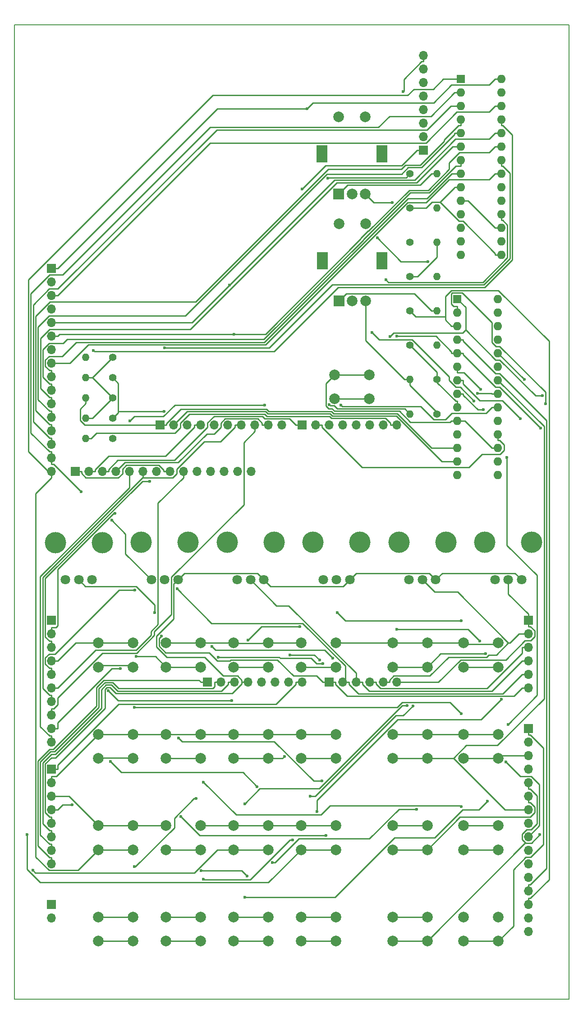
<source format=gbr>
G04 #@! TF.GenerationSoftware,KiCad,Pcbnew,(5.0.0-3-g5ebb6b6)*
G04 #@! TF.CreationDate,2019-07-29T21:46:36+01:00*
G04 #@! TF.ProjectId,DrumMachine-Arduino,4472756D4D616368696E652D41726475,rev?*
G04 #@! TF.SameCoordinates,Original*
G04 #@! TF.FileFunction,Copper,L2,Bot,Signal*
G04 #@! TF.FilePolarity,Positive*
%FSLAX46Y46*%
G04 Gerber Fmt 4.6, Leading zero omitted, Abs format (unit mm)*
G04 Created by KiCad (PCBNEW (5.0.0-3-g5ebb6b6)) date Monday, 29 July 2019 at 21:46:36*
%MOMM*%
%LPD*%
G01*
G04 APERTURE LIST*
G04 #@! TA.AperFunction,NonConductor*
%ADD10C,0.150000*%
G04 #@! TD*
G04 #@! TA.AperFunction,ComponentPad*
%ADD11O,1.700000X1.700000*%
G04 #@! TD*
G04 #@! TA.AperFunction,ComponentPad*
%ADD12R,1.700000X1.700000*%
G04 #@! TD*
G04 #@! TA.AperFunction,ComponentPad*
%ADD13O,1.600000X1.600000*%
G04 #@! TD*
G04 #@! TA.AperFunction,ComponentPad*
%ADD14R,1.600000X1.600000*%
G04 #@! TD*
G04 #@! TA.AperFunction,ComponentPad*
%ADD15O,1.400000X1.400000*%
G04 #@! TD*
G04 #@! TA.AperFunction,ComponentPad*
%ADD16C,1.400000*%
G04 #@! TD*
G04 #@! TA.AperFunction,ComponentPad*
%ADD17C,2.000000*%
G04 #@! TD*
G04 #@! TA.AperFunction,ComponentPad*
%ADD18R,2.000000X2.000000*%
G04 #@! TD*
G04 #@! TA.AperFunction,ComponentPad*
%ADD19R,2.000000X3.200000*%
G04 #@! TD*
G04 #@! TA.AperFunction,ComponentPad*
%ADD20C,1.800000*%
G04 #@! TD*
G04 #@! TA.AperFunction,WasherPad*
%ADD21C,4.000000*%
G04 #@! TD*
G04 #@! TA.AperFunction,ViaPad*
%ADD22C,0.600000*%
G04 #@! TD*
G04 #@! TA.AperFunction,Conductor*
%ADD23C,0.250000*%
G04 #@! TD*
G04 APERTURE END LIST*
D10*
X105918000Y-217805000D02*
X105918000Y-34925000D01*
X210058000Y-217805000D02*
X105918000Y-217805000D01*
X210058000Y-34925000D02*
X210058000Y-217805000D01*
X105918000Y-34925000D02*
X210058000Y-34925000D01*
D11*
G04 #@! TO.P,P2,6*
G04 #@! TO.N,/A5*
X177736000Y-158306000D03*
G04 #@! TO.P,P2,5*
G04 #@! TO.N,/A4*
X175196000Y-158306000D03*
G04 #@! TO.P,P2,4*
G04 #@! TO.N,/A3*
X172656000Y-158306000D03*
G04 #@! TO.P,P2,3*
G04 #@! TO.N,/A2*
X170116000Y-158306000D03*
G04 #@! TO.P,P2,2*
G04 #@! TO.N,/A1*
X167576000Y-158306000D03*
D12*
G04 #@! TO.P,P2,1*
G04 #@! TO.N,/A0*
X165036000Y-158306000D03*
G04 #@! TD*
D11*
G04 #@! TO.P,P1,8*
G04 #@! TO.N,/Vin*
X159956000Y-158306000D03*
G04 #@! TO.P,P1,7*
G04 #@! TO.N,GND*
X157416000Y-158306000D03*
G04 #@! TO.P,P1,6*
X154876000Y-158306000D03*
G04 #@! TO.P,P1,5*
G04 #@! TO.N,+5V*
X152336000Y-158306000D03*
G04 #@! TO.P,P1,4*
G04 #@! TO.N,+3V3*
X149796000Y-158306000D03*
G04 #@! TO.P,P1,3*
G04 #@! TO.N,/Ard_Reset*
X147256000Y-158306000D03*
G04 #@! TO.P,P1,2*
G04 #@! TO.N,/IOREF*
X144716000Y-158306000D03*
D12*
G04 #@! TO.P,P1,1*
G04 #@! TO.N,Net-(J4-Pad8)*
X142176000Y-158306000D03*
G04 #@! TD*
G04 #@! TO.P,P4,1*
G04 #@! TO.N,/7*
X159956000Y-110046000D03*
D11*
G04 #@! TO.P,P4,2*
G04 #@! TO.N,/!RESET_0*
X162496000Y-110046000D03*
G04 #@! TO.P,P4,3*
G04 #@! TO.N,/INTA_0*
X165036000Y-110046000D03*
G04 #@! TO.P,P4,4*
G04 #@! TO.N,/!RESET_1*
X167576000Y-110046000D03*
G04 #@! TO.P,P4,5*
G04 #@! TO.N,/INTA_1*
X170116000Y-110046000D03*
G04 #@! TO.P,P4,6*
G04 #@! TO.N,Net-(J8-Pad6)*
X172656000Y-110046000D03*
G04 #@! TO.P,P4,7*
G04 #@! TO.N,Net-(J8-Pad7)*
X175196000Y-110046000D03*
G04 #@! TO.P,P4,8*
G04 #@! TO.N,/WS2812B*
X177736000Y-110046000D03*
G04 #@! TD*
G04 #@! TO.P,P3,10*
G04 #@! TO.N,/DC*
X156146000Y-110041000D03*
G04 #@! TO.P,P3,9*
G04 #@! TO.N,/RESET*
X153606000Y-110041000D03*
G04 #@! TO.P,P3,8*
G04 #@! TO.N,Net-(J7-Pad8)*
X151066000Y-110041000D03*
G04 #@! TO.P,P3,7*
G04 #@! TO.N,/MOSI*
X148526000Y-110041000D03*
G04 #@! TO.P,P3,6*
G04 #@! TO.N,/MISO*
X145986000Y-110041000D03*
G04 #@! TO.P,P3,5*
G04 #@! TO.N,/SCK*
X143446000Y-110041000D03*
G04 #@! TO.P,P3,4*
G04 #@! TO.N,GND*
X140906000Y-110041000D03*
G04 #@! TO.P,P3,3*
G04 #@! TO.N,/AREF*
X138366000Y-110041000D03*
G04 #@! TO.P,P3,2*
G04 #@! TO.N,/I2C_SDA*
X135826000Y-110041000D03*
D12*
G04 #@! TO.P,P3,1*
G04 #@! TO.N,/I2C_SCL*
X133286000Y-110041000D03*
G04 #@! TD*
D13*
G04 #@! TO.P,U1,28*
G04 #@! TO.N,/U1_GPA7*
X197358000Y-45085000D03*
G04 #@! TO.P,U1,14*
G04 #@! TO.N,N/C*
X189738000Y-78105000D03*
G04 #@! TO.P,U1,27*
G04 #@! TO.N,/U1_GPA6*
X197358000Y-47625000D03*
G04 #@! TO.P,U1,13*
G04 #@! TO.N,/I2C_SDA*
X189738000Y-75565000D03*
G04 #@! TO.P,U1,26*
G04 #@! TO.N,/U1_GPA5*
X197358000Y-50165000D03*
G04 #@! TO.P,U1,12*
G04 #@! TO.N,/I2C_SCL*
X189738000Y-73025000D03*
G04 #@! TO.P,U1,25*
G04 #@! TO.N,/U1_GPA4*
X197358000Y-52705000D03*
G04 #@! TO.P,U1,11*
G04 #@! TO.N,N/C*
X189738000Y-70485000D03*
G04 #@! TO.P,U1,24*
G04 #@! TO.N,/U1_GPA3*
X197358000Y-55245000D03*
G04 #@! TO.P,U1,10*
G04 #@! TO.N,GND*
X189738000Y-67945000D03*
G04 #@! TO.P,U1,23*
G04 #@! TO.N,/U1_GPA2*
X197358000Y-57785000D03*
G04 #@! TO.P,U1,9*
G04 #@! TO.N,+3V3*
X189738000Y-65405000D03*
G04 #@! TO.P,U1,22*
G04 #@! TO.N,/U1_GPA1*
X197358000Y-60325000D03*
G04 #@! TO.P,U1,8*
G04 #@! TO.N,/U1_GPB7*
X189738000Y-62865000D03*
G04 #@! TO.P,U1,21*
G04 #@! TO.N,/U1_GPA0*
X197358000Y-62865000D03*
G04 #@! TO.P,U1,7*
G04 #@! TO.N,/U1_GPB6*
X189738000Y-60325000D03*
G04 #@! TO.P,U1,20*
G04 #@! TO.N,/INTA_1*
X197358000Y-65405000D03*
G04 #@! TO.P,U1,6*
G04 #@! TO.N,/U1_GPB5*
X189738000Y-57785000D03*
G04 #@! TO.P,U1,19*
G04 #@! TO.N,N/C*
X197358000Y-67945000D03*
G04 #@! TO.P,U1,5*
G04 #@! TO.N,/U1_GPB4*
X189738000Y-55245000D03*
G04 #@! TO.P,U1,18*
G04 #@! TO.N,/!RESET_1*
X197358000Y-70485000D03*
G04 #@! TO.P,U1,4*
G04 #@! TO.N,/U1_GPB3*
X189738000Y-52705000D03*
G04 #@! TO.P,U1,17*
G04 #@! TO.N,GND*
X197358000Y-73025000D03*
G04 #@! TO.P,U1,3*
G04 #@! TO.N,/U1_GPB2*
X189738000Y-50165000D03*
G04 #@! TO.P,U1,16*
G04 #@! TO.N,GND*
X197358000Y-75565000D03*
G04 #@! TO.P,U1,2*
G04 #@! TO.N,/U1_GPB1*
X189738000Y-47625000D03*
G04 #@! TO.P,U1,15*
G04 #@! TO.N,+3V3*
X197358000Y-78105000D03*
D14*
G04 #@! TO.P,U1,1*
G04 #@! TO.N,/U1_GPB0*
X189738000Y-45085000D03*
G04 #@! TD*
D15*
G04 #@! TO.P,R1,2*
G04 #@! TO.N,/I2C_SCL*
X119316000Y-97345500D03*
D16*
G04 #@! TO.P,R1,1*
G04 #@! TO.N,+3V3*
X124396000Y-97345500D03*
G04 #@! TD*
D15*
G04 #@! TO.P,R2,2*
G04 #@! TO.N,+3V3*
X119316000Y-101156000D03*
D16*
G04 #@! TO.P,R2,1*
G04 #@! TO.N,/I2C_SDA*
X124396000Y-101156000D03*
G04 #@! TD*
D11*
G04 #@! TO.P,J7,10*
G04 #@! TO.N,/DC*
X112903000Y-169545000D03*
G04 #@! TO.P,J7,9*
G04 #@! TO.N,/RESET*
X112903000Y-167005000D03*
G04 #@! TO.P,J7,8*
G04 #@! TO.N,Net-(J7-Pad8)*
X112903000Y-164465000D03*
G04 #@! TO.P,J7,7*
G04 #@! TO.N,/MOSI*
X112903000Y-161925000D03*
G04 #@! TO.P,J7,6*
G04 #@! TO.N,/MISO*
X112903000Y-159385000D03*
G04 #@! TO.P,J7,5*
G04 #@! TO.N,/SCK*
X112903000Y-156845000D03*
G04 #@! TO.P,J7,4*
G04 #@! TO.N,GND*
X112903000Y-154305000D03*
G04 #@! TO.P,J7,3*
G04 #@! TO.N,/AREF*
X112903000Y-151765000D03*
G04 #@! TO.P,J7,2*
G04 #@! TO.N,/I2C_SDA*
X112903000Y-149225000D03*
D12*
G04 #@! TO.P,J7,1*
G04 #@! TO.N,/I2C_SCL*
X112903000Y-146685000D03*
G04 #@! TD*
D11*
G04 #@! TO.P,J8,8*
G04 #@! TO.N,/WS2812B*
X182753000Y-40640000D03*
G04 #@! TO.P,J8,7*
G04 #@! TO.N,Net-(J8-Pad7)*
X182753000Y-43180000D03*
G04 #@! TO.P,J8,6*
G04 #@! TO.N,Net-(J8-Pad6)*
X182753000Y-45720000D03*
G04 #@! TO.P,J8,5*
G04 #@! TO.N,/INTA_1*
X182753000Y-48260000D03*
G04 #@! TO.P,J8,4*
G04 #@! TO.N,/!RESET_1*
X182753000Y-50800000D03*
G04 #@! TO.P,J8,3*
G04 #@! TO.N,/INTA_0*
X182753000Y-53340000D03*
G04 #@! TO.P,J8,2*
G04 #@! TO.N,/!RESET_0*
X182753000Y-55880000D03*
D12*
G04 #@! TO.P,J8,1*
G04 #@! TO.N,/7*
X182753000Y-58420000D03*
G04 #@! TD*
D13*
G04 #@! TO.P,U2,28*
G04 #@! TO.N,/U2_GPA7*
X196723000Y-86360000D03*
G04 #@! TO.P,U2,14*
G04 #@! TO.N,N/C*
X189103000Y-119380000D03*
G04 #@! TO.P,U2,27*
G04 #@! TO.N,/U2_GPA6*
X196723000Y-88900000D03*
G04 #@! TO.P,U2,13*
G04 #@! TO.N,/I2C_SDA*
X189103000Y-116840000D03*
G04 #@! TO.P,U2,26*
G04 #@! TO.N,/U2_GPA5*
X196723000Y-91440000D03*
G04 #@! TO.P,U2,12*
G04 #@! TO.N,/I2C_SCL*
X189103000Y-114300000D03*
G04 #@! TO.P,U2,25*
G04 #@! TO.N,/U2_GPA4*
X196723000Y-93980000D03*
G04 #@! TO.P,U2,11*
G04 #@! TO.N,N/C*
X189103000Y-111760000D03*
G04 #@! TO.P,U2,24*
G04 #@! TO.N,/U2_GPA3*
X196723000Y-96520000D03*
G04 #@! TO.P,U2,10*
G04 #@! TO.N,GND*
X189103000Y-109220000D03*
G04 #@! TO.P,U2,23*
G04 #@! TO.N,/U2_GPA2*
X196723000Y-99060000D03*
G04 #@! TO.P,U2,9*
G04 #@! TO.N,+3V3*
X189103000Y-106680000D03*
G04 #@! TO.P,U2,22*
G04 #@! TO.N,/U2_GPA1*
X196723000Y-101600000D03*
G04 #@! TO.P,U2,8*
G04 #@! TO.N,/U2_GPB7*
X189103000Y-104140000D03*
G04 #@! TO.P,U2,21*
G04 #@! TO.N,/U2_GPA0*
X196723000Y-104140000D03*
G04 #@! TO.P,U2,7*
G04 #@! TO.N,/U2_GPB6*
X189103000Y-101600000D03*
G04 #@! TO.P,U2,20*
G04 #@! TO.N,/INTA_0*
X196723000Y-106680000D03*
G04 #@! TO.P,U2,6*
G04 #@! TO.N,/U2_GPB5*
X189103000Y-99060000D03*
G04 #@! TO.P,U2,19*
G04 #@! TO.N,N/C*
X196723000Y-109220000D03*
G04 #@! TO.P,U2,5*
G04 #@! TO.N,/U2_GPB4*
X189103000Y-96520000D03*
G04 #@! TO.P,U2,18*
G04 #@! TO.N,/!RESET_0*
X196723000Y-111760000D03*
G04 #@! TO.P,U2,4*
G04 #@! TO.N,/U2_GPB3*
X189103000Y-93980000D03*
G04 #@! TO.P,U2,17*
G04 #@! TO.N,GND*
X196723000Y-114300000D03*
G04 #@! TO.P,U2,3*
G04 #@! TO.N,/U2_GPB2*
X189103000Y-91440000D03*
G04 #@! TO.P,U2,16*
G04 #@! TO.N,GND*
X196723000Y-116840000D03*
G04 #@! TO.P,U2,2*
G04 #@! TO.N,/U2_GPB1*
X189103000Y-88900000D03*
G04 #@! TO.P,U2,15*
G04 #@! TO.N,GND*
X196723000Y-119380000D03*
D14*
G04 #@! TO.P,U2,1*
G04 #@! TO.N,/U2_GPB0*
X189103000Y-86360000D03*
G04 #@! TD*
D17*
G04 #@! TO.P,SW1,1*
G04 #@! TO.N,GND*
X128218000Y-150945000D03*
G04 #@! TO.P,SW1,2*
G04 #@! TO.N,/U1_GPA0*
X128218000Y-155445000D03*
G04 #@! TO.P,SW1,1*
G04 #@! TO.N,GND*
X121718000Y-150945000D03*
G04 #@! TO.P,SW1,2*
G04 #@! TO.N,/U1_GPA0*
X121718000Y-155445000D03*
G04 #@! TD*
G04 #@! TO.P,SW2,1*
G04 #@! TO.N,GND*
X140918000Y-150945000D03*
G04 #@! TO.P,SW2,2*
G04 #@! TO.N,/U1_GPA1*
X140918000Y-155445000D03*
G04 #@! TO.P,SW2,1*
G04 #@! TO.N,GND*
X134418000Y-150945000D03*
G04 #@! TO.P,SW2,2*
G04 #@! TO.N,/U1_GPA1*
X134418000Y-155445000D03*
G04 #@! TD*
G04 #@! TO.P,SW3,1*
G04 #@! TO.N,GND*
X153618000Y-150945000D03*
G04 #@! TO.P,SW3,2*
G04 #@! TO.N,/U1_GPA2*
X153618000Y-155445000D03*
G04 #@! TO.P,SW3,1*
G04 #@! TO.N,GND*
X147118000Y-150945000D03*
G04 #@! TO.P,SW3,2*
G04 #@! TO.N,/U1_GPA2*
X147118000Y-155445000D03*
G04 #@! TD*
G04 #@! TO.P,SW4,1*
G04 #@! TO.N,GND*
X166318000Y-150945000D03*
G04 #@! TO.P,SW4,2*
G04 #@! TO.N,/U1_GPA3*
X166318000Y-155445000D03*
G04 #@! TO.P,SW4,1*
G04 #@! TO.N,GND*
X159818000Y-150945000D03*
G04 #@! TO.P,SW4,2*
G04 #@! TO.N,/U1_GPA3*
X159818000Y-155445000D03*
G04 #@! TD*
G04 #@! TO.P,SW5,1*
G04 #@! TO.N,GND*
X128218000Y-168090000D03*
G04 #@! TO.P,SW5,2*
G04 #@! TO.N,/U1_GPA4*
X128218000Y-172590000D03*
G04 #@! TO.P,SW5,1*
G04 #@! TO.N,GND*
X121718000Y-168090000D03*
G04 #@! TO.P,SW5,2*
G04 #@! TO.N,/U1_GPA4*
X121718000Y-172590000D03*
G04 #@! TD*
G04 #@! TO.P,SW6,1*
G04 #@! TO.N,GND*
X140918000Y-168090000D03*
G04 #@! TO.P,SW6,2*
G04 #@! TO.N,/U1_GPA5*
X140918000Y-172590000D03*
G04 #@! TO.P,SW6,1*
G04 #@! TO.N,GND*
X134418000Y-168090000D03*
G04 #@! TO.P,SW6,2*
G04 #@! TO.N,/U1_GPA5*
X134418000Y-172590000D03*
G04 #@! TD*
G04 #@! TO.P,SW7,1*
G04 #@! TO.N,GND*
X153618000Y-168090000D03*
G04 #@! TO.P,SW7,2*
G04 #@! TO.N,/U1_GPA6*
X153618000Y-172590000D03*
G04 #@! TO.P,SW7,1*
G04 #@! TO.N,GND*
X147118000Y-168090000D03*
G04 #@! TO.P,SW7,2*
G04 #@! TO.N,/U1_GPA6*
X147118000Y-172590000D03*
G04 #@! TD*
G04 #@! TO.P,SW8,1*
G04 #@! TO.N,GND*
X166318000Y-168090000D03*
G04 #@! TO.P,SW8,2*
G04 #@! TO.N,/U1_GPA7*
X166318000Y-172590000D03*
G04 #@! TO.P,SW8,1*
G04 #@! TO.N,GND*
X159818000Y-168090000D03*
G04 #@! TO.P,SW8,2*
G04 #@! TO.N,/U1_GPA7*
X159818000Y-172590000D03*
G04 #@! TD*
G04 #@! TO.P,SW9,1*
G04 #@! TO.N,GND*
X128218000Y-185235000D03*
G04 #@! TO.P,SW9,2*
G04 #@! TO.N,/U1_GPB0*
X128218000Y-189735000D03*
G04 #@! TO.P,SW9,1*
G04 #@! TO.N,GND*
X121718000Y-185235000D03*
G04 #@! TO.P,SW9,2*
G04 #@! TO.N,/U1_GPB0*
X121718000Y-189735000D03*
G04 #@! TD*
G04 #@! TO.P,SW10,1*
G04 #@! TO.N,GND*
X140918000Y-185235000D03*
G04 #@! TO.P,SW10,2*
G04 #@! TO.N,/U1_GPB1*
X140918000Y-189735000D03*
G04 #@! TO.P,SW10,1*
G04 #@! TO.N,GND*
X134418000Y-185235000D03*
G04 #@! TO.P,SW10,2*
G04 #@! TO.N,/U1_GPB1*
X134418000Y-189735000D03*
G04 #@! TD*
G04 #@! TO.P,SW11,1*
G04 #@! TO.N,GND*
X153618000Y-185235000D03*
G04 #@! TO.P,SW11,2*
G04 #@! TO.N,/U1_GPB2*
X153618000Y-189735000D03*
G04 #@! TO.P,SW11,1*
G04 #@! TO.N,GND*
X147118000Y-185235000D03*
G04 #@! TO.P,SW11,2*
G04 #@! TO.N,/U1_GPB2*
X147118000Y-189735000D03*
G04 #@! TD*
G04 #@! TO.P,SW12,1*
G04 #@! TO.N,GND*
X166318000Y-185235000D03*
G04 #@! TO.P,SW12,2*
G04 #@! TO.N,/U1_GPB3*
X166318000Y-189735000D03*
G04 #@! TO.P,SW12,1*
G04 #@! TO.N,GND*
X159818000Y-185235000D03*
G04 #@! TO.P,SW12,2*
G04 #@! TO.N,/U1_GPB3*
X159818000Y-189735000D03*
G04 #@! TD*
G04 #@! TO.P,SW13,1*
G04 #@! TO.N,GND*
X128218000Y-202380000D03*
G04 #@! TO.P,SW13,2*
G04 #@! TO.N,/U1_GPB4*
X128218000Y-206880000D03*
G04 #@! TO.P,SW13,1*
G04 #@! TO.N,GND*
X121718000Y-202380000D03*
G04 #@! TO.P,SW13,2*
G04 #@! TO.N,/U1_GPB4*
X121718000Y-206880000D03*
G04 #@! TD*
G04 #@! TO.P,SW14,1*
G04 #@! TO.N,GND*
X140918000Y-202380000D03*
G04 #@! TO.P,SW14,2*
G04 #@! TO.N,/U1_GPB5*
X140918000Y-206880000D03*
G04 #@! TO.P,SW14,1*
G04 #@! TO.N,GND*
X134418000Y-202380000D03*
G04 #@! TO.P,SW14,2*
G04 #@! TO.N,/U1_GPB5*
X134418000Y-206880000D03*
G04 #@! TD*
G04 #@! TO.P,SW15,1*
G04 #@! TO.N,GND*
X153618000Y-202380000D03*
G04 #@! TO.P,SW15,2*
G04 #@! TO.N,/U1_GPB6*
X153618000Y-206880000D03*
G04 #@! TO.P,SW15,1*
G04 #@! TO.N,GND*
X147118000Y-202380000D03*
G04 #@! TO.P,SW15,2*
G04 #@! TO.N,/U1_GPB6*
X147118000Y-206880000D03*
G04 #@! TD*
G04 #@! TO.P,SW16,1*
G04 #@! TO.N,GND*
X166318000Y-202380000D03*
G04 #@! TO.P,SW16,2*
G04 #@! TO.N,/U1_GPB7*
X166318000Y-206880000D03*
G04 #@! TO.P,SW16,1*
G04 #@! TO.N,GND*
X159818000Y-202380000D03*
G04 #@! TO.P,SW16,2*
G04 #@! TO.N,/U1_GPB7*
X159818000Y-206880000D03*
G04 #@! TD*
G04 #@! TO.P,SW17,1*
G04 #@! TO.N,GND*
X183463000Y-150945000D03*
G04 #@! TO.P,SW17,2*
G04 #@! TO.N,/U2_GPA0*
X183463000Y-155445000D03*
G04 #@! TO.P,SW17,1*
G04 #@! TO.N,GND*
X176963000Y-150945000D03*
G04 #@! TO.P,SW17,2*
G04 #@! TO.N,/U2_GPA0*
X176963000Y-155445000D03*
G04 #@! TD*
G04 #@! TO.P,SW18,1*
G04 #@! TO.N,GND*
X183463000Y-168090000D03*
G04 #@! TO.P,SW18,2*
G04 #@! TO.N,/U2_GPA1*
X183463000Y-172590000D03*
G04 #@! TO.P,SW18,1*
G04 #@! TO.N,GND*
X176963000Y-168090000D03*
G04 #@! TO.P,SW18,2*
G04 #@! TO.N,/U2_GPA1*
X176963000Y-172590000D03*
G04 #@! TD*
G04 #@! TO.P,SW19,1*
G04 #@! TO.N,GND*
X183463000Y-185235000D03*
G04 #@! TO.P,SW19,2*
G04 #@! TO.N,/U2_GPA2*
X183463000Y-189735000D03*
G04 #@! TO.P,SW19,1*
G04 #@! TO.N,GND*
X176963000Y-185235000D03*
G04 #@! TO.P,SW19,2*
G04 #@! TO.N,/U2_GPA2*
X176963000Y-189735000D03*
G04 #@! TD*
G04 #@! TO.P,SW20,1*
G04 #@! TO.N,GND*
X183463000Y-202380000D03*
G04 #@! TO.P,SW20,2*
G04 #@! TO.N,/U2_GPA3*
X183463000Y-206880000D03*
G04 #@! TO.P,SW20,1*
G04 #@! TO.N,GND*
X176963000Y-202380000D03*
G04 #@! TO.P,SW20,2*
G04 #@! TO.N,/U2_GPA3*
X176963000Y-206880000D03*
G04 #@! TD*
G04 #@! TO.P,SW21,1*
G04 #@! TO.N,GND*
X196798000Y-150945000D03*
G04 #@! TO.P,SW21,2*
G04 #@! TO.N,/U2_GPA4*
X196798000Y-155445000D03*
G04 #@! TO.P,SW21,1*
G04 #@! TO.N,GND*
X190298000Y-150945000D03*
G04 #@! TO.P,SW21,2*
G04 #@! TO.N,/U2_GPA4*
X190298000Y-155445000D03*
G04 #@! TD*
G04 #@! TO.P,SW22,1*
G04 #@! TO.N,GND*
X196798000Y-168090000D03*
G04 #@! TO.P,SW22,2*
G04 #@! TO.N,/U2_GPA5*
X196798000Y-172590000D03*
G04 #@! TO.P,SW22,1*
G04 #@! TO.N,GND*
X190298000Y-168090000D03*
G04 #@! TO.P,SW22,2*
G04 #@! TO.N,/U2_GPA5*
X190298000Y-172590000D03*
G04 #@! TD*
G04 #@! TO.P,SW23,1*
G04 #@! TO.N,GND*
X196798000Y-185235000D03*
G04 #@! TO.P,SW23,2*
G04 #@! TO.N,/U2_GPA6*
X196798000Y-189735000D03*
G04 #@! TO.P,SW23,1*
G04 #@! TO.N,GND*
X190298000Y-185235000D03*
G04 #@! TO.P,SW23,2*
G04 #@! TO.N,/U2_GPA6*
X190298000Y-189735000D03*
G04 #@! TD*
G04 #@! TO.P,SW24,1*
G04 #@! TO.N,GND*
X196798000Y-202380000D03*
G04 #@! TO.P,SW24,2*
G04 #@! TO.N,/U2_GPA7*
X196798000Y-206880000D03*
G04 #@! TO.P,SW24,1*
G04 #@! TO.N,GND*
X190298000Y-202380000D03*
G04 #@! TO.P,SW24,2*
G04 #@! TO.N,/U2_GPA7*
X190298000Y-206880000D03*
G04 #@! TD*
G04 #@! TO.P,SW25,1*
G04 #@! TO.N,GND*
X172568000Y-100584000D03*
G04 #@! TO.P,SW25,2*
G04 #@! TO.N,/U2_GPB0*
X172568000Y-105084000D03*
G04 #@! TO.P,SW25,1*
G04 #@! TO.N,GND*
X166068000Y-100584000D03*
G04 #@! TO.P,SW25,2*
G04 #@! TO.N,/U2_GPB0*
X166068000Y-105084000D03*
G04 #@! TD*
D18*
G04 #@! TO.P,SW26,A*
G04 #@! TO.N,Net-(R31-Pad2)*
X166878000Y-86741000D03*
D17*
G04 #@! TO.P,SW26,C*
G04 #@! TO.N,GND*
X169378000Y-86741000D03*
G04 #@! TO.P,SW26,B*
G04 #@! TO.N,Net-(R29-Pad1)*
X171878000Y-86741000D03*
D19*
G04 #@! TO.P,SW26,MP*
G04 #@! TO.N,N/C*
X163778000Y-79241000D03*
X174978000Y-79241000D03*
D17*
G04 #@! TO.P,SW26,S2*
G04 #@! TO.N,GND*
X166878000Y-72241000D03*
G04 #@! TO.P,SW26,S1*
G04 #@! TO.N,/U2_GPB1*
X171878000Y-72241000D03*
G04 #@! TD*
D18*
G04 #@! TO.P,SW27,A*
G04 #@! TO.N,Net-(R35-Pad2)*
X166818000Y-66675000D03*
D17*
G04 #@! TO.P,SW27,C*
G04 #@! TO.N,GND*
X169318000Y-66675000D03*
G04 #@! TO.P,SW27,B*
G04 #@! TO.N,Net-(R33-Pad1)*
X171818000Y-66675000D03*
D19*
G04 #@! TO.P,SW27,MP*
G04 #@! TO.N,N/C*
X163718000Y-59175000D03*
X174918000Y-59175000D03*
D17*
G04 #@! TO.P,SW27,S2*
G04 #@! TO.N,GND*
X166818000Y-52175000D03*
G04 #@! TO.P,SW27,S1*
G04 #@! TO.N,/U2_GPB4*
X171818000Y-52175000D03*
G04 #@! TD*
D20*
G04 #@! TO.P,RV1,3*
G04 #@! TO.N,GND*
X115528000Y-139080000D03*
G04 #@! TO.P,RV1,2*
G04 #@! TO.N,/A0*
X118028000Y-139080000D03*
G04 #@! TO.P,RV1,1*
G04 #@! TO.N,+3V3*
X120528000Y-139080000D03*
D21*
G04 #@! TO.P,RV1,*
G04 #@! TO.N,*
X113628000Y-132080000D03*
X122428000Y-132080000D03*
G04 #@! TD*
D20*
G04 #@! TO.P,RV2,3*
G04 #@! TO.N,GND*
X131656000Y-139065000D03*
G04 #@! TO.P,RV2,2*
G04 #@! TO.N,/A1*
X134156000Y-139065000D03*
G04 #@! TO.P,RV2,1*
G04 #@! TO.N,+3V3*
X136656000Y-139065000D03*
D21*
G04 #@! TO.P,RV2,*
G04 #@! TO.N,*
X129756000Y-132065000D03*
X138556000Y-132065000D03*
G04 #@! TD*
D20*
G04 #@! TO.P,RV3,3*
G04 #@! TO.N,GND*
X147784000Y-139065000D03*
G04 #@! TO.P,RV3,2*
G04 #@! TO.N,/A2*
X150284000Y-139065000D03*
G04 #@! TO.P,RV3,1*
G04 #@! TO.N,+3V3*
X152784000Y-139065000D03*
D21*
G04 #@! TO.P,RV3,*
G04 #@! TO.N,*
X145884000Y-132065000D03*
X154684000Y-132065000D03*
G04 #@! TD*
D20*
G04 #@! TO.P,RV4,3*
G04 #@! TO.N,GND*
X163912000Y-139065000D03*
G04 #@! TO.P,RV4,2*
G04 #@! TO.N,/A3*
X166412000Y-139065000D03*
G04 #@! TO.P,RV4,1*
G04 #@! TO.N,+3V3*
X168912000Y-139065000D03*
D21*
G04 #@! TO.P,RV4,*
G04 #@! TO.N,*
X162012000Y-132065000D03*
X170812000Y-132065000D03*
G04 #@! TD*
D20*
G04 #@! TO.P,RV5,3*
G04 #@! TO.N,GND*
X180040000Y-139065000D03*
G04 #@! TO.P,RV5,2*
G04 #@! TO.N,/A4*
X182540000Y-139065000D03*
G04 #@! TO.P,RV5,1*
G04 #@! TO.N,+3V3*
X185040000Y-139065000D03*
D21*
G04 #@! TO.P,RV5,*
G04 #@! TO.N,*
X178140000Y-132065000D03*
X186940000Y-132065000D03*
G04 #@! TD*
D20*
G04 #@! TO.P,RV6,3*
G04 #@! TO.N,GND*
X196168000Y-139065000D03*
G04 #@! TO.P,RV6,2*
G04 #@! TO.N,/A5*
X198668000Y-139065000D03*
G04 #@! TO.P,RV6,1*
G04 #@! TO.N,+3V3*
X201168000Y-139065000D03*
D21*
G04 #@! TO.P,RV6,*
G04 #@! TO.N,*
X194268000Y-132065000D03*
X203068000Y-132065000D03*
G04 #@! TD*
D11*
G04 #@! TO.P,J1,16*
G04 #@! TO.N,/U1_GPB0*
X112903000Y-118745000D03*
G04 #@! TO.P,J1,15*
G04 #@! TO.N,/U1_GPB1*
X112903000Y-116205000D03*
G04 #@! TO.P,J1,14*
G04 #@! TO.N,/U1_GPB2*
X112903000Y-113665000D03*
G04 #@! TO.P,J1,13*
G04 #@! TO.N,/U1_GPB3*
X112903000Y-111125000D03*
G04 #@! TO.P,J1,12*
G04 #@! TO.N,/U1_GPB4*
X112903000Y-108585000D03*
G04 #@! TO.P,J1,11*
G04 #@! TO.N,/U1_GPB5*
X112903000Y-106045000D03*
G04 #@! TO.P,J1,10*
G04 #@! TO.N,/U1_GPB6*
X112903000Y-103505000D03*
G04 #@! TO.P,J1,9*
G04 #@! TO.N,/U1_GPB7*
X112903000Y-100965000D03*
G04 #@! TO.P,J1,8*
G04 #@! TO.N,/U1_GPA0*
X112903000Y-98425000D03*
G04 #@! TO.P,J1,7*
G04 #@! TO.N,/U1_GPA1*
X112903000Y-95885000D03*
G04 #@! TO.P,J1,6*
G04 #@! TO.N,/U1_GPA2*
X112903000Y-93345000D03*
G04 #@! TO.P,J1,5*
G04 #@! TO.N,/U1_GPA3*
X112903000Y-90805000D03*
G04 #@! TO.P,J1,4*
G04 #@! TO.N,/U1_GPA4*
X112903000Y-88265000D03*
G04 #@! TO.P,J1,3*
G04 #@! TO.N,/U1_GPA5*
X112903000Y-85725000D03*
G04 #@! TO.P,J1,2*
G04 #@! TO.N,/U1_GPA6*
X112903000Y-83185000D03*
D12*
G04 #@! TO.P,J1,1*
G04 #@! TO.N,/U1_GPA7*
X112903000Y-80645000D03*
G04 #@! TD*
G04 #@! TO.P,J2,1*
G04 #@! TO.N,/I2C_SDA*
X112903000Y-200025000D03*
D11*
G04 #@! TO.P,J2,2*
G04 #@! TO.N,/I2C_SCL*
X112903000Y-202565000D03*
G04 #@! TD*
D12*
G04 #@! TO.P,J3,1*
G04 #@! TO.N,/U2_GPA7*
X202438000Y-167005000D03*
D11*
G04 #@! TO.P,J3,2*
G04 #@! TO.N,/U2_GPA6*
X202438000Y-169545000D03*
G04 #@! TO.P,J3,3*
G04 #@! TO.N,/U2_GPA5*
X202438000Y-172085000D03*
G04 #@! TO.P,J3,4*
G04 #@! TO.N,/U2_GPA4*
X202438000Y-174625000D03*
G04 #@! TO.P,J3,5*
G04 #@! TO.N,/U2_GPA3*
X202438000Y-177165000D03*
G04 #@! TO.P,J3,6*
G04 #@! TO.N,/U2_GPA2*
X202438000Y-179705000D03*
G04 #@! TO.P,J3,7*
G04 #@! TO.N,/U2_GPA1*
X202438000Y-182245000D03*
G04 #@! TO.P,J3,8*
G04 #@! TO.N,/U2_GPA0*
X202438000Y-184785000D03*
G04 #@! TO.P,J3,9*
G04 #@! TO.N,/U2_GPB7*
X202438000Y-187325000D03*
G04 #@! TO.P,J3,10*
G04 #@! TO.N,/U2_GPB6*
X202438000Y-189865000D03*
G04 #@! TO.P,J3,11*
G04 #@! TO.N,/U2_GPB5*
X202438000Y-192405000D03*
G04 #@! TO.P,J3,12*
G04 #@! TO.N,/U2_GPB4*
X202438000Y-194945000D03*
G04 #@! TO.P,J3,13*
G04 #@! TO.N,/U2_GPB3*
X202438000Y-197485000D03*
G04 #@! TO.P,J3,14*
G04 #@! TO.N,/U2_GPB2*
X202438000Y-200025000D03*
G04 #@! TO.P,J3,15*
G04 #@! TO.N,/U2_GPB1*
X202438000Y-202565000D03*
G04 #@! TO.P,J3,16*
G04 #@! TO.N,/U2_GPB0*
X202438000Y-205105000D03*
G04 #@! TD*
D12*
G04 #@! TO.P,J4,1*
G04 #@! TO.N,/Vin*
X112903000Y-174625000D03*
D11*
G04 #@! TO.P,J4,2*
G04 #@! TO.N,GND*
X112903000Y-177165000D03*
G04 #@! TO.P,J4,3*
X112903000Y-179705000D03*
G04 #@! TO.P,J4,4*
G04 #@! TO.N,+5V*
X112903000Y-182245000D03*
G04 #@! TO.P,J4,5*
G04 #@! TO.N,+3V3*
X112903000Y-184785000D03*
G04 #@! TO.P,J4,6*
G04 #@! TO.N,/Ard_Reset*
X112903000Y-187325000D03*
G04 #@! TO.P,J4,7*
G04 #@! TO.N,/IOREF*
X112903000Y-189865000D03*
G04 #@! TO.P,J4,8*
G04 #@! TO.N,Net-(J4-Pad8)*
X112903000Y-192405000D03*
G04 #@! TD*
D12*
G04 #@! TO.P,J5,1*
G04 #@! TO.N,/A5*
X202438000Y-146685000D03*
D11*
G04 #@! TO.P,J5,2*
G04 #@! TO.N,/A4*
X202438000Y-149225000D03*
G04 #@! TO.P,J5,3*
G04 #@! TO.N,/A3*
X202438000Y-151765000D03*
G04 #@! TO.P,J5,4*
G04 #@! TO.N,/A2*
X202438000Y-154305000D03*
G04 #@! TO.P,J5,5*
G04 #@! TO.N,/A1*
X202438000Y-156845000D03*
G04 #@! TO.P,J5,6*
G04 #@! TO.N,/A0*
X202438000Y-159385000D03*
G04 #@! TD*
D12*
G04 #@! TO.P,J6,1*
G04 #@! TO.N,+3V3*
X117348000Y-118745000D03*
D11*
G04 #@! TO.P,J6,2*
G04 #@! TO.N,GND*
X119888000Y-118745000D03*
G04 #@! TO.P,J6,3*
G04 #@! TO.N,/7*
X122428000Y-118745000D03*
G04 #@! TO.P,J6,4*
G04 #@! TO.N,/RESET*
X124968000Y-118745000D03*
G04 #@! TO.P,J6,5*
G04 #@! TO.N,/DC*
X127508000Y-118745000D03*
G04 #@! TO.P,J6,6*
G04 #@! TO.N,/MOSI*
X130048000Y-118745000D03*
G04 #@! TO.P,J6,7*
G04 #@! TO.N,/SCK*
X132588000Y-118745000D03*
G04 #@! TO.P,J6,8*
G04 #@! TO.N,+3V3*
X135128000Y-118745000D03*
G04 #@! TO.P,J6,9*
G04 #@! TO.N,/MISO*
X137668000Y-118745000D03*
G04 #@! TO.P,J6,10*
G04 #@! TO.N,N/C*
X140208000Y-118745000D03*
G04 #@! TO.P,J6,11*
X142748000Y-118745000D03*
G04 #@! TO.P,J6,12*
X145288000Y-118745000D03*
G04 #@! TO.P,J6,13*
X147828000Y-118745000D03*
G04 #@! TO.P,J6,14*
X150368000Y-118745000D03*
G04 #@! TD*
D16*
G04 #@! TO.P,R3,1*
G04 #@! TO.N,+3V3*
X124396000Y-104966000D03*
D15*
G04 #@! TO.P,R3,2*
G04 #@! TO.N,/I2C_SCL*
X119316000Y-104966000D03*
G04 #@! TD*
G04 #@! TO.P,R4,2*
G04 #@! TO.N,+3V3*
X119316000Y-108776000D03*
D16*
G04 #@! TO.P,R4,1*
G04 #@! TO.N,/I2C_SDA*
X124396000Y-108776000D03*
G04 #@! TD*
G04 #@! TO.P,R29,1*
G04 #@! TO.N,Net-(R29-Pad1)*
X185293000Y-107950000D03*
D15*
G04 #@! TO.P,R29,2*
G04 #@! TO.N,/U2_GPB3*
X180213000Y-107950000D03*
G04 #@! TD*
D16*
G04 #@! TO.P,R30,1*
G04 #@! TO.N,+3V3*
X185293000Y-101509000D03*
D15*
G04 #@! TO.P,R30,2*
G04 #@! TO.N,Net-(R29-Pad1)*
X180213000Y-101509000D03*
G04 #@! TD*
G04 #@! TO.P,R31,2*
G04 #@! TO.N,Net-(R31-Pad2)*
X185293000Y-95068600D03*
D16*
G04 #@! TO.P,R31,1*
G04 #@! TO.N,+3V3*
X180213000Y-95068600D03*
G04 #@! TD*
D15*
G04 #@! TO.P,R32,2*
G04 #@! TO.N,Net-(R31-Pad2)*
X185293000Y-88627900D03*
D16*
G04 #@! TO.P,R32,1*
G04 #@! TO.N,/U2_GPB2*
X180213000Y-88627900D03*
G04 #@! TD*
G04 #@! TO.P,R33,1*
G04 #@! TO.N,Net-(R33-Pad1)*
X180213000Y-82187100D03*
D15*
G04 #@! TO.P,R33,2*
G04 #@! TO.N,/U2_GPB6*
X185293000Y-82187100D03*
G04 #@! TD*
G04 #@! TO.P,R34,2*
G04 #@! TO.N,Net-(R33-Pad1)*
X185293000Y-75746400D03*
D16*
G04 #@! TO.P,R34,1*
G04 #@! TO.N,+3V3*
X180213000Y-75746400D03*
G04 #@! TD*
G04 #@! TO.P,R35,1*
G04 #@! TO.N,+3V3*
X180213000Y-69305700D03*
D15*
G04 #@! TO.P,R35,2*
G04 #@! TO.N,Net-(R35-Pad2)*
X185293000Y-69305700D03*
G04 #@! TD*
G04 #@! TO.P,R36,2*
G04 #@! TO.N,Net-(R35-Pad2)*
X185293000Y-62865000D03*
D16*
G04 #@! TO.P,R36,1*
G04 #@! TO.N,/U2_GPB5*
X180213000Y-62865000D03*
G04 #@! TD*
G04 #@! TO.P,WS2812B_R1,1*
G04 #@! TO.N,Net-(D1-Pad4)*
X124396000Y-112586000D03*
D15*
G04 #@! TO.P,WS2812B_R1,2*
G04 #@! TO.N,/WS2812B*
X119316000Y-112586000D03*
G04 #@! TD*
D22*
G04 #@! TO.N,+5V*
X116763300Y-181294000D03*
G04 #@! TO.N,GND*
X124197800Y-127881500D03*
G04 #@! TO.N,/A0*
X132278300Y-145211300D03*
X133545500Y-149624600D03*
G04 #@! TO.N,/A1*
X136485900Y-140785700D03*
G04 #@! TO.N,/AREF*
X131318000Y-120563400D03*
G04 #@! TO.N,/I2C_SDA*
X124864500Y-126652300D03*
X134016400Y-107459500D03*
G04 #@! TO.N,Net-(D1-Pad2)*
X123593300Y-159917700D03*
X146732300Y-161756700D03*
G04 #@! TO.N,Net-(D2-Pad2)*
X144234200Y-153591200D03*
X163860700Y-154807300D03*
G04 #@! TO.N,Net-(D10-Pad4)*
X159542700Y-147907300D03*
X149827100Y-150403000D03*
G04 #@! TO.N,Net-(D10-Pad2)*
X137186100Y-183474200D03*
X164442700Y-187057200D03*
G04 #@! TO.N,Net-(D11-Pad2)*
X149188600Y-181109700D03*
X179662600Y-162719900D03*
G04 #@! TO.N,Net-(D11-Pad4)*
X123966900Y-173162500D03*
X151523700Y-177886000D03*
G04 #@! TO.N,Net-(D12-Pad2)*
X161501600Y-179740500D03*
X180759600Y-162747100D03*
G04 #@! TO.N,Net-(D12-Pad4)*
X136727600Y-168763000D03*
X163713600Y-176849600D03*
G04 #@! TO.N,Net-(D13-Pad4)*
X140101800Y-180160500D03*
X128493300Y-192946100D03*
G04 #@! TO.N,Net-(D13-Pad2)*
X154341700Y-192111100D03*
X181484400Y-182115500D03*
G04 #@! TO.N,Net-(D14-Pad4)*
X158223500Y-187899500D03*
X141387400Y-195238600D03*
G04 #@! TO.N,Net-(D15-Pad4)*
X141000000Y-193688600D03*
X149602000Y-194697300D03*
G04 #@! TO.N,Net-(D15-Pad2)*
X149188700Y-198645400D03*
X194741000Y-180645700D03*
G04 #@! TO.N,Net-(D16-Pad2)*
X162750100Y-182569800D03*
X197345000Y-161524200D03*
G04 #@! TO.N,/RESET*
X125848800Y-155731000D03*
G04 #@! TO.N,/DC*
X152943400Y-106308300D03*
X127642500Y-109280000D03*
G04 #@! TO.N,Net-(D17-Pad2)*
X177763000Y-148406000D03*
X193320700Y-150577800D03*
G04 #@! TO.N,Net-(D19-Pad2)*
X143009700Y-151608700D03*
X165738300Y-153810600D03*
G04 #@! TO.N,Net-(D20-Pad2)*
X157713100Y-153202600D03*
X163229100Y-154158500D03*
G04 #@! TO.N,Net-(D21-Pad2)*
X166593300Y-145265700D03*
X189830800Y-146792400D03*
G04 #@! TO.N,Net-(D22-Pad2)*
X128493300Y-163019900D03*
X189819800Y-164205500D03*
G04 #@! TO.N,Net-(D23-Pad2)*
X141418800Y-177046000D03*
X189819800Y-181637000D03*
G04 #@! TO.N,Net-(D24-Pad2)*
X192240000Y-105491200D03*
X173057800Y-92634000D03*
G04 #@! TO.N,/7*
X159956000Y-65728000D03*
G04 #@! TO.N,/SCK*
X128547300Y-140970700D03*
G04 #@! TO.N,/WS2812B*
X178935800Y-47478000D03*
G04 #@! TO.N,/!RESET_1*
X175731800Y-82794600D03*
G04 #@! TO.N,/INTA_0*
X167270200Y-106329500D03*
G04 #@! TO.N,Net-(R33-Pad1)*
X176926400Y-68247100D03*
G04 #@! TO.N,/U2_GPB3*
X165055500Y-106204100D03*
G04 #@! TO.N,/U2_GPB6*
X200931700Y-108807600D03*
G04 #@! TO.N,/U2_GPB5*
X164791300Y-63692600D03*
X193518200Y-103368400D03*
G04 #@! TO.N,/U1_GPB1*
X118457400Y-122526200D03*
G04 #@! TO.N,/U1_GPB2*
X109421600Y-193626800D03*
G04 #@! TO.N,/U1_GPB3*
X108291400Y-186898500D03*
G04 #@! TO.N,/U1_GPA1*
X128768300Y-153451800D03*
X134139400Y-95572200D03*
G04 #@! TO.N,/U1_GPA2*
X147181400Y-92970500D03*
G04 #@! TO.N,/U1_GPA3*
X146323600Y-83802900D03*
G04 #@! TO.N,/U1_GPA4*
X120794000Y-96033800D03*
G04 #@! TO.N,/U1_GPA6*
X156640500Y-172222600D03*
G04 #@! TO.N,/U1_GPA7*
X160873600Y-50677300D03*
G04 #@! TO.N,/U2_GPA3*
X201689100Y-101486100D03*
X204596900Y-186933500D03*
G04 #@! TO.N,/U2_GPA2*
X198396400Y-116113000D03*
X198614300Y-166221000D03*
G04 #@! TO.N,/U2_GPA0*
X194396300Y-152929700D03*
X192892900Y-104101600D03*
G04 #@! TO.N,/U2_GPB7*
X194039200Y-107168800D03*
X198248500Y-173271400D03*
G04 #@! TO.N,/U2_GPB4*
X204790200Y-110604100D03*
X177772700Y-93373000D03*
G04 #@! TO.N,/U2_GPB1*
X205679700Y-106054100D03*
X174093000Y-74900900D03*
X183567700Y-79352500D03*
G04 #@! TO.N,/U2_GPB0*
X176457100Y-93400000D03*
X205049400Y-104530400D03*
G04 #@! TD*
D23*
G04 #@! TO.N,/IOREF*
X143540700Y-158306000D02*
X143540700Y-159114100D01*
X143540700Y-159114100D02*
X143173500Y-159481300D01*
X143173500Y-159481300D02*
X125492100Y-159481300D01*
X125492100Y-159481300D02*
X124366800Y-158356000D01*
X124366800Y-158356000D02*
X122932600Y-158356000D01*
X122932600Y-158356000D02*
X121798300Y-159490300D01*
X121798300Y-159490300D02*
X121798300Y-162994700D01*
X121798300Y-162994700D02*
X113439700Y-171353300D01*
X113439700Y-171353300D02*
X112712000Y-171353300D01*
X112712000Y-171353300D02*
X110805100Y-173260200D01*
X110805100Y-173260200D02*
X110805100Y-186959100D01*
X110805100Y-186959100D02*
X112535700Y-188689700D01*
X112535700Y-188689700D02*
X112903000Y-188689700D01*
X144716000Y-158306000D02*
X143540700Y-158306000D01*
X112903000Y-189865000D02*
X112903000Y-188689700D01*
G04 #@! TO.N,+5V*
X112903000Y-182245000D02*
X114078300Y-182245000D01*
X114078300Y-182245000D02*
X115029300Y-181294000D01*
X115029300Y-181294000D02*
X116763300Y-181294000D01*
G04 #@! TO.N,GND*
X190298000Y-150945000D02*
X190561000Y-151208000D01*
X190561000Y-151208000D02*
X196535000Y-151208000D01*
X196535000Y-151208000D02*
X196798000Y-150945000D01*
X166068000Y-100584000D02*
X164419100Y-102232900D01*
X164419100Y-102232900D02*
X164419100Y-106452000D01*
X164419100Y-106452000D02*
X164936800Y-106969700D01*
X164936800Y-106969700D02*
X165591800Y-106969700D01*
X165591800Y-106969700D02*
X166042100Y-107420000D01*
X166042100Y-107420000D02*
X178232800Y-107420000D01*
X178232800Y-107420000D02*
X180306300Y-109493500D01*
X180306300Y-109493500D02*
X187704200Y-109493500D01*
X187704200Y-109493500D02*
X187977700Y-109220000D01*
X131656000Y-139065000D02*
X126806400Y-134215400D01*
X126806400Y-134215400D02*
X126806400Y-130490100D01*
X126806400Y-130490100D02*
X124197800Y-127881500D01*
X176963000Y-150945000D02*
X166318000Y-150945000D01*
X183463000Y-150945000D02*
X176963000Y-150945000D01*
X147118000Y-150945000D02*
X147201300Y-151028300D01*
X147201300Y-151028300D02*
X153534700Y-151028300D01*
X153534700Y-151028300D02*
X153618000Y-150945000D01*
X153618000Y-168090000D02*
X147118000Y-168090000D01*
X159818000Y-168090000D02*
X153618000Y-168090000D01*
X183463000Y-185235000D02*
X176963000Y-185235000D01*
X139730700Y-110041000D02*
X139730700Y-110408400D01*
X139730700Y-110408400D02*
X134293500Y-115845600D01*
X134293500Y-115845600D02*
X123651000Y-115845600D01*
X123651000Y-115845600D02*
X121063300Y-118433300D01*
X121063300Y-118433300D02*
X121063300Y-118745000D01*
X166068000Y-100584000D02*
X172568000Y-100584000D01*
X189103000Y-109220000D02*
X187977700Y-109220000D01*
X195597700Y-114300000D02*
X190517700Y-109220000D01*
X190517700Y-109220000D02*
X189103000Y-109220000D01*
X153618000Y-150945000D02*
X159818000Y-150945000D01*
X147118000Y-150945000D02*
X140918000Y-150945000D01*
X112903000Y-177165000D02*
X112903000Y-175989700D01*
X112903000Y-175989700D02*
X113818300Y-175989700D01*
X113818300Y-175989700D02*
X121718000Y-168090000D01*
X128218000Y-168090000D02*
X121718000Y-168090000D01*
X134418000Y-168090000D02*
X128218000Y-168090000D01*
X112903000Y-154305000D02*
X114078300Y-154305000D01*
X121718000Y-150945000D02*
X117438300Y-150945000D01*
X117438300Y-150945000D02*
X114078300Y-154305000D01*
X128218000Y-150945000D02*
X121718000Y-150945000D01*
X189738000Y-67945000D02*
X191152700Y-67945000D01*
X191152700Y-67945000D02*
X196232700Y-73025000D01*
X119888000Y-118745000D02*
X121063300Y-118745000D01*
X140906000Y-110041000D02*
X139730700Y-110041000D01*
X134418000Y-150945000D02*
X140918000Y-150945000D01*
X134418000Y-168090000D02*
X140918000Y-168090000D01*
X121718000Y-185235000D02*
X116188000Y-179705000D01*
X116188000Y-179705000D02*
X112903000Y-179705000D01*
X128218000Y-185235000D02*
X121718000Y-185235000D01*
X147118000Y-168090000D02*
X140918000Y-168090000D01*
X166318000Y-168090000D02*
X159818000Y-168090000D01*
X153618000Y-185235000D02*
X147118000Y-185235000D01*
X159818000Y-185235000D02*
X153618000Y-185235000D01*
X166318000Y-185235000D02*
X159818000Y-185235000D01*
X140918000Y-202380000D02*
X134418000Y-202380000D01*
X153618000Y-202380000D02*
X147118000Y-202380000D01*
X166318000Y-202380000D02*
X159818000Y-202380000D01*
X183463000Y-202380000D02*
X176963000Y-202380000D01*
X190298000Y-150945000D02*
X183463000Y-150945000D01*
X190298000Y-168090000D02*
X183463000Y-168090000D01*
X196798000Y-168090000D02*
X190298000Y-168090000D01*
X197358000Y-73025000D02*
X196232700Y-73025000D01*
X196723000Y-114300000D02*
X195597700Y-114300000D01*
X134418000Y-185235000D02*
X128218000Y-185235000D01*
X147118000Y-185235000D02*
X140918000Y-185235000D01*
X121718000Y-202380000D02*
X128218000Y-202380000D01*
X176963000Y-168090000D02*
X183463000Y-168090000D01*
X190298000Y-185235000D02*
X196798000Y-185235000D01*
G04 #@! TO.N,/Vin*
X158780700Y-158306000D02*
X158780700Y-158673300D01*
X158780700Y-158673300D02*
X155065300Y-162388700D01*
X155065300Y-162388700D02*
X125506600Y-162388700D01*
X125506600Y-162388700D02*
X114078300Y-173817000D01*
X114078300Y-173817000D02*
X114078300Y-174625000D01*
X159956000Y-158306000D02*
X158780700Y-158306000D01*
X112903000Y-174625000D02*
X114078300Y-174625000D01*
G04 #@! TO.N,/A0*
X165036000Y-158306000D02*
X166211300Y-158306000D01*
X202438000Y-159385000D02*
X201262700Y-159385000D01*
X201262700Y-159385000D02*
X199759000Y-160888700D01*
X199759000Y-160888700D02*
X168426700Y-160888700D01*
X168426700Y-160888700D02*
X166211300Y-158673300D01*
X166211300Y-158673300D02*
X166211300Y-158306000D01*
X165036000Y-158306000D02*
X163860700Y-158306000D01*
X118028000Y-139080000D02*
X119253500Y-140305500D01*
X119253500Y-140305500D02*
X128811900Y-140305500D01*
X128811900Y-140305500D02*
X132278300Y-143771900D01*
X132278300Y-143771900D02*
X132278300Y-145211300D01*
X163860700Y-158306000D02*
X162685400Y-157130700D01*
X162685400Y-157130700D02*
X158362100Y-157130700D01*
X158362100Y-157130700D02*
X155340700Y-154109300D01*
X155340700Y-154109300D02*
X146579300Y-154109300D01*
X146579300Y-154109300D02*
X146400200Y-154288400D01*
X146400200Y-154288400D02*
X144047100Y-154288400D01*
X144047100Y-154288400D02*
X142503400Y-152744700D01*
X142503400Y-152744700D02*
X134302500Y-152744700D01*
X134302500Y-152744700D02*
X133085100Y-151527300D01*
X133085100Y-151527300D02*
X133085100Y-150085000D01*
X133085100Y-150085000D02*
X133545500Y-149624600D01*
G04 #@! TO.N,/A1*
X201262700Y-156845000D02*
X197669400Y-160438300D01*
X197669400Y-160438300D02*
X170516300Y-160438300D01*
X170516300Y-160438300D02*
X168751300Y-158673300D01*
X168751300Y-158673300D02*
X168751300Y-158306000D01*
X168058300Y-158306000D02*
X168058300Y-155232200D01*
X168058300Y-155232200D02*
X160065300Y-147239200D01*
X160065300Y-147239200D02*
X142939400Y-147239200D01*
X142939400Y-147239200D02*
X136485900Y-140785700D01*
X168058300Y-158306000D02*
X168751300Y-158306000D01*
X167576000Y-158306000D02*
X168058300Y-158306000D01*
X202438000Y-156845000D02*
X201262700Y-156845000D01*
G04 #@! TO.N,/A2*
X170116000Y-158306000D02*
X171291300Y-158306000D01*
X202438000Y-154305000D02*
X201262700Y-154305000D01*
X201262700Y-154305000D02*
X195632400Y-159935300D01*
X195632400Y-159935300D02*
X172553300Y-159935300D01*
X172553300Y-159935300D02*
X171291300Y-158673300D01*
X171291300Y-158673300D02*
X171291300Y-158306000D01*
X170116000Y-158306000D02*
X170116000Y-156617300D01*
X170116000Y-156617300D02*
X157427000Y-143928300D01*
X157427000Y-143928300D02*
X155147300Y-143928300D01*
X155147300Y-143928300D02*
X150284000Y-139065000D01*
G04 #@! TO.N,/A3*
X201262700Y-151765000D02*
X201262700Y-152866800D01*
X201262700Y-152866800D02*
X194648200Y-159481300D01*
X194648200Y-159481300D02*
X174705300Y-159481300D01*
X174705300Y-159481300D02*
X173831300Y-158607300D01*
X173831300Y-158607300D02*
X173831300Y-158306000D01*
X172656000Y-158306000D02*
X173831300Y-158306000D01*
X202438000Y-151765000D02*
X201262700Y-151765000D01*
G04 #@! TO.N,/AREF*
X112903000Y-150589700D02*
X112535700Y-150589700D01*
X112535700Y-150589700D02*
X111727600Y-149781600D01*
X111727600Y-149781600D02*
X111727600Y-138829300D01*
X111727600Y-138829300D02*
X129993500Y-120563400D01*
X129993500Y-120563400D02*
X131318000Y-120563400D01*
X112903000Y-151765000D02*
X112903000Y-150589700D01*
G04 #@! TO.N,+3V3*
X136656000Y-139065000D02*
X135860500Y-139860500D01*
X135860500Y-139860500D02*
X135860500Y-146425300D01*
X135860500Y-146425300D02*
X132634800Y-149651000D01*
X132634800Y-149651000D02*
X132634800Y-151713900D01*
X132634800Y-151713900D02*
X134566200Y-153645300D01*
X134566200Y-153645300D02*
X141699300Y-153645300D01*
X141699300Y-153645300D02*
X145184700Y-157130700D01*
X145184700Y-157130700D02*
X147812800Y-157130700D01*
X147812800Y-157130700D02*
X148620700Y-157938600D01*
X148620700Y-157938600D02*
X148620700Y-158306000D01*
X185886600Y-68229300D02*
X184338300Y-68229300D01*
X184338300Y-68229300D02*
X183261900Y-69305700D01*
X183261900Y-69305700D02*
X180213000Y-69305700D01*
X196232700Y-78105000D02*
X196232700Y-77823700D01*
X196232700Y-77823700D02*
X190164000Y-71755000D01*
X190164000Y-71755000D02*
X189412300Y-71755000D01*
X189412300Y-71755000D02*
X185886600Y-68229300D01*
X185886600Y-68229300D02*
X188612700Y-65503200D01*
X188612700Y-65503200D02*
X188612700Y-65405000D01*
X189738000Y-65405000D02*
X188612700Y-65405000D01*
X197358000Y-78105000D02*
X196232700Y-78105000D01*
X112903000Y-184785000D02*
X112903000Y-183609700D01*
X112903000Y-183609700D02*
X112547700Y-183609700D01*
X112547700Y-183609700D02*
X111705700Y-182767700D01*
X111705700Y-182767700D02*
X111705700Y-173633400D01*
X111705700Y-173633400D02*
X112860100Y-172479000D01*
X112860100Y-172479000D02*
X113608800Y-172479000D01*
X113608800Y-172479000D02*
X122923900Y-163163900D01*
X122923900Y-163163900D02*
X122923900Y-159638500D01*
X122923900Y-159638500D02*
X123305800Y-159256600D01*
X123305800Y-159256600D02*
X123880800Y-159256600D01*
X123880800Y-159256600D02*
X125034500Y-160410300D01*
X125034500Y-160410300D02*
X146859200Y-160410300D01*
X146859200Y-160410300D02*
X148620700Y-158648800D01*
X148620700Y-158648800D02*
X148620700Y-158306000D01*
X149796000Y-158306000D02*
X148620700Y-158306000D01*
X152784000Y-139065000D02*
X151558600Y-137839600D01*
X151558600Y-137839600D02*
X137881400Y-137839600D01*
X137881400Y-137839600D02*
X136656000Y-139065000D01*
X201168000Y-139065000D02*
X199942700Y-137839700D01*
X199942700Y-137839700D02*
X186265300Y-137839700D01*
X186265300Y-137839700D02*
X185040000Y-139065000D01*
X185040000Y-139065000D02*
X183814600Y-137839600D01*
X183814600Y-137839600D02*
X170137400Y-137839600D01*
X170137400Y-137839600D02*
X168912000Y-139065000D01*
X168912000Y-139065000D02*
X167676000Y-140301000D01*
X167676000Y-140301000D02*
X154020000Y-140301000D01*
X154020000Y-140301000D02*
X152784000Y-139065000D01*
X120586000Y-101156000D02*
X119316000Y-101156000D01*
X124396000Y-104966000D02*
X120586000Y-101156000D01*
X120586000Y-101156000D02*
X124396000Y-97346000D01*
X124396000Y-97346000D02*
X124396000Y-97345500D01*
X135128000Y-118745000D02*
X133952700Y-118745000D01*
X117348000Y-118745000D02*
X118523300Y-118745000D01*
X118523300Y-118745000D02*
X118523300Y-119112300D01*
X118523300Y-119112300D02*
X119332700Y-119921700D01*
X119332700Y-119921700D02*
X125457500Y-119921700D01*
X125457500Y-119921700D02*
X126238000Y-119141200D01*
X126238000Y-119141200D02*
X126238000Y-118299800D01*
X126238000Y-118299800D02*
X126975800Y-117562000D01*
X126975800Y-117562000D02*
X133067300Y-117562000D01*
X133067300Y-117562000D02*
X133952700Y-118447400D01*
X133952700Y-118447400D02*
X133952700Y-118745000D01*
X180213000Y-95068600D02*
X185293000Y-100148600D01*
X185293000Y-100148600D02*
X185293000Y-101509000D01*
X124396000Y-104966000D02*
X120586000Y-108776000D01*
X120586000Y-108776000D02*
X119316000Y-108776000D01*
X189103000Y-106680000D02*
X189103000Y-105554700D01*
X185293000Y-101509000D02*
X185293000Y-102026000D01*
X185293000Y-102026000D02*
X188821700Y-105554700D01*
X188821700Y-105554700D02*
X189103000Y-105554700D01*
G04 #@! TO.N,/I2C_SCL*
X134461300Y-110041000D02*
X134461300Y-109743400D01*
X134461300Y-109743400D02*
X137154000Y-107050700D01*
X137154000Y-107050700D02*
X153297500Y-107050700D01*
X153297500Y-107050700D02*
X153691500Y-107444700D01*
X153691500Y-107444700D02*
X165429900Y-107444700D01*
X165429900Y-107444700D02*
X165855500Y-107870300D01*
X165855500Y-107870300D02*
X177859500Y-107870300D01*
X177859500Y-107870300D02*
X184289200Y-114300000D01*
X184289200Y-114300000D02*
X189103000Y-114300000D01*
X119316000Y-104966000D02*
X119316000Y-105991300D01*
X119316000Y-105991300D02*
X118286300Y-107021000D01*
X118286300Y-107021000D02*
X118286300Y-109197600D01*
X118286300Y-109197600D02*
X119129700Y-110041000D01*
X119129700Y-110041000D02*
X133286000Y-110041000D01*
X133286000Y-110041000D02*
X134461300Y-110041000D01*
G04 #@! TO.N,/I2C_SDA*
X135826000Y-110041000D02*
X138366000Y-107501000D01*
X138366000Y-107501000D02*
X153110900Y-107501000D01*
X153110900Y-107501000D02*
X153504900Y-107895000D01*
X153504900Y-107895000D02*
X165243300Y-107895000D01*
X165243300Y-107895000D02*
X165668900Y-108320600D01*
X165668900Y-108320600D02*
X177672900Y-108320600D01*
X177672900Y-108320600D02*
X186192300Y-116840000D01*
X186192300Y-116840000D02*
X189103000Y-116840000D01*
X112903000Y-148049700D02*
X113711100Y-148049700D01*
X113711100Y-148049700D02*
X114078300Y-147682500D01*
X114078300Y-147682500D02*
X114078300Y-137115500D01*
X114078300Y-137115500D02*
X124541500Y-126652300D01*
X124541500Y-126652300D02*
X124864500Y-126652300D01*
X112903000Y-149225000D02*
X112903000Y-148049700D01*
X125457400Y-107459500D02*
X125457400Y-102217400D01*
X125457400Y-102217400D02*
X124396000Y-101156000D01*
X124396000Y-108776000D02*
X125457400Y-107714600D01*
X125457400Y-107714600D02*
X125457400Y-107459500D01*
X125457400Y-107459500D02*
X134016400Y-107459500D01*
G04 #@! TO.N,/A4*
X176371300Y-158306000D02*
X176371300Y-157938600D01*
X176371300Y-157938600D02*
X177179200Y-157130700D01*
X177179200Y-157130700D02*
X183957500Y-157130700D01*
X183957500Y-157130700D02*
X187447200Y-153641000D01*
X187447200Y-153641000D02*
X194569400Y-153641000D01*
X194569400Y-153641000D02*
X195019700Y-153190700D01*
X195019700Y-153190700D02*
X196427400Y-153190700D01*
X196427400Y-153190700D02*
X198696500Y-150921600D01*
X198696500Y-150921600D02*
X189138700Y-141363900D01*
X189138700Y-141363900D02*
X184838900Y-141363900D01*
X184838900Y-141363900D02*
X182540000Y-139065000D01*
X201262700Y-149225000D02*
X200668300Y-149225000D01*
X200668300Y-149225000D02*
X198971600Y-150921700D01*
X198971600Y-150921700D02*
X198696500Y-150921700D01*
X198696500Y-150921700D02*
X198696500Y-150921600D01*
X175196000Y-158306000D02*
X176371300Y-158306000D01*
X202438000Y-149225000D02*
X201262700Y-149225000D01*
G04 #@! TO.N,/A5*
X177736000Y-158306000D02*
X185555100Y-158306000D01*
X185555100Y-158306000D02*
X189769800Y-154091300D01*
X189769800Y-154091300D02*
X198211500Y-154091300D01*
X198211500Y-154091300D02*
X201807800Y-150495000D01*
X201807800Y-150495000D02*
X202858700Y-150495000D01*
X202858700Y-150495000D02*
X203613300Y-149740400D01*
X203613300Y-149740400D02*
X203613300Y-148668200D01*
X203613300Y-148668200D02*
X202805400Y-147860300D01*
X202805400Y-147860300D02*
X202438000Y-147860300D01*
X198668000Y-139065000D02*
X198668000Y-141739700D01*
X198668000Y-141739700D02*
X202438000Y-145509700D01*
X202438000Y-146685000D02*
X202438000Y-147860300D01*
X202438000Y-146685000D02*
X202438000Y-145509700D01*
G04 #@! TO.N,Net-(D1-Pad2)*
X146732300Y-161756700D02*
X125432300Y-161756700D01*
X125432300Y-161756700D02*
X123593300Y-159917700D01*
G04 #@! TO.N,Net-(D2-Pad2)*
X144234200Y-153591200D02*
X155684500Y-153591200D01*
X155684500Y-153591200D02*
X155921200Y-153827900D01*
X155921200Y-153827900D02*
X161681400Y-153827900D01*
X161681400Y-153827900D02*
X162660800Y-154807300D01*
X162660800Y-154807300D02*
X163860700Y-154807300D01*
G04 #@! TO.N,Net-(D10-Pad4)*
X149827100Y-150403000D02*
X152322800Y-147907300D01*
X152322800Y-147907300D02*
X159542700Y-147907300D01*
G04 #@! TO.N,Net-(D10-Pad2)*
X137186100Y-183474200D02*
X140769100Y-187057200D01*
X140769100Y-187057200D02*
X164442700Y-187057200D01*
G04 #@! TO.N,Net-(D11-Pad2)*
X179662600Y-162719900D02*
X178769000Y-162719900D01*
X178769000Y-162719900D02*
X163187200Y-178301700D01*
X163187200Y-178301700D02*
X151996600Y-178301700D01*
X151996600Y-178301700D02*
X149188600Y-181109700D01*
G04 #@! TO.N,Net-(D11-Pad4)*
X123966900Y-173162500D02*
X126027000Y-175222600D01*
X126027000Y-175222600D02*
X148860300Y-175222600D01*
X148860300Y-175222600D02*
X151523700Y-177886000D01*
G04 #@! TO.N,Net-(D12-Pad2)*
X161501600Y-179740500D02*
X162426900Y-179740500D01*
X162426900Y-179740500D02*
X177580900Y-164586500D01*
X177580900Y-164586500D02*
X178920200Y-164586500D01*
X178920200Y-164586500D02*
X180759600Y-162747100D01*
G04 #@! TO.N,Net-(D12-Pad4)*
X136727600Y-168763000D02*
X137400600Y-169436000D01*
X137400600Y-169436000D02*
X154741300Y-169436000D01*
X154741300Y-169436000D02*
X162154900Y-176849600D01*
X162154900Y-176849600D02*
X163713600Y-176849600D01*
G04 #@! TO.N,Net-(D13-Pad4)*
X140101800Y-180160500D02*
X139615500Y-180160500D01*
X139615500Y-180160500D02*
X135960000Y-183816000D01*
X135960000Y-183816000D02*
X135960000Y-185603600D01*
X135960000Y-185603600D02*
X128617600Y-192946000D01*
X128617600Y-192946000D02*
X128493300Y-192946000D01*
X128493300Y-192946000D02*
X128493300Y-192946100D01*
G04 #@! TO.N,Net-(D13-Pad2)*
X181484400Y-182115500D02*
X178159800Y-182115500D01*
X178159800Y-182115500D02*
X172586400Y-187688900D01*
X172586400Y-187688900D02*
X159328600Y-187688900D01*
X159328600Y-187688900D02*
X154906400Y-192111100D01*
X154906400Y-192111100D02*
X154341700Y-192111100D01*
G04 #@! TO.N,Net-(D14-Pad4)*
X141387400Y-195238600D02*
X141471400Y-195322600D01*
X141471400Y-195322600D02*
X150245900Y-195322600D01*
X150245900Y-195322600D02*
X157669000Y-187899500D01*
X157669000Y-187899500D02*
X158223500Y-187899500D01*
G04 #@! TO.N,Net-(D15-Pad4)*
X149602000Y-194697300D02*
X148593300Y-193688600D01*
X148593300Y-193688600D02*
X141000000Y-193688600D01*
G04 #@! TO.N,Net-(D15-Pad2)*
X149188700Y-198645400D02*
X166153600Y-198645400D01*
X166153600Y-198645400D02*
X177314000Y-187485000D01*
X177314000Y-187485000D02*
X184850900Y-187485000D01*
X184850900Y-187485000D02*
X190073500Y-182262400D01*
X190073500Y-182262400D02*
X193124300Y-182262400D01*
X193124300Y-182262400D02*
X194741000Y-180645700D01*
G04 #@! TO.N,Net-(D16-Pad2)*
X162750100Y-182569800D02*
X162750100Y-180428500D01*
X162750100Y-180428500D02*
X177888100Y-165290500D01*
X177888100Y-165290500D02*
X193578800Y-165290500D01*
X193578800Y-165290500D02*
X193578800Y-165290400D01*
X193578800Y-165290400D02*
X197345000Y-161524200D01*
G04 #@! TO.N,/RESET*
X114078300Y-167005000D02*
X114078300Y-165903200D01*
X114078300Y-165903200D02*
X124250500Y-155731000D01*
X124250500Y-155731000D02*
X125848800Y-155731000D01*
X112903000Y-167005000D02*
X114078300Y-167005000D01*
X153606000Y-110041000D02*
X152430700Y-110041000D01*
X124968000Y-118745000D02*
X126649800Y-117063200D01*
X126649800Y-117063200D02*
X136679000Y-117063200D01*
X136679000Y-117063200D02*
X142058800Y-111683400D01*
X142058800Y-111683400D02*
X143473600Y-111683400D01*
X143473600Y-111683400D02*
X144716000Y-110441000D01*
X144716000Y-110441000D02*
X144716000Y-109643000D01*
X144716000Y-109643000D02*
X145493300Y-108865700D01*
X145493300Y-108865700D02*
X151622800Y-108865700D01*
X151622800Y-108865700D02*
X152430700Y-109673600D01*
X152430700Y-109673600D02*
X152430700Y-110041000D01*
G04 #@! TO.N,/DC*
X127508000Y-118745000D02*
X127508000Y-121775100D01*
X127508000Y-121775100D02*
X110805900Y-138477200D01*
X110805900Y-138477200D02*
X110805900Y-166639900D01*
X110805900Y-166639900D02*
X112535700Y-168369700D01*
X112535700Y-168369700D02*
X112903000Y-168369700D01*
X127642500Y-109280000D02*
X128474200Y-108448300D01*
X128474200Y-108448300D02*
X133924100Y-108448300D01*
X133924100Y-108448300D02*
X136064100Y-106308300D01*
X136064100Y-106308300D02*
X152943400Y-106308300D01*
X112903000Y-169545000D02*
X112903000Y-168369700D01*
G04 #@! TO.N,Net-(D17-Pad2)*
X177763000Y-148406000D02*
X191148900Y-148406000D01*
X191148900Y-148406000D02*
X193320700Y-150577800D01*
G04 #@! TO.N,Net-(D19-Pad2)*
X143009700Y-151608700D02*
X143695300Y-152294300D01*
X143695300Y-152294300D02*
X164222000Y-152294300D01*
X164222000Y-152294300D02*
X165738300Y-153810600D01*
G04 #@! TO.N,Net-(D20-Pad2)*
X157713100Y-153202600D02*
X162273200Y-153202600D01*
X162273200Y-153202600D02*
X163229100Y-154158500D01*
G04 #@! TO.N,Net-(D21-Pad2)*
X166593300Y-145265700D02*
X168120000Y-146792400D01*
X168120000Y-146792400D02*
X189830800Y-146792400D01*
G04 #@! TO.N,Net-(D22-Pad2)*
X189819800Y-164205500D02*
X187708900Y-162094600D01*
X187708900Y-162094600D02*
X178753600Y-162094600D01*
X178753600Y-162094600D02*
X177828300Y-163019900D01*
X177828300Y-163019900D02*
X128493300Y-163019900D01*
G04 #@! TO.N,Net-(D23-Pad2)*
X189819800Y-181637000D02*
X189641800Y-181459000D01*
X189641800Y-181459000D02*
X165227000Y-181459000D01*
X165227000Y-181459000D02*
X163480100Y-183205900D01*
X163480100Y-183205900D02*
X147578700Y-183205900D01*
X147578700Y-183205900D02*
X141418800Y-177046000D01*
G04 #@! TO.N,Net-(D24-Pad2)*
X192240000Y-105491200D02*
X189688300Y-102939500D01*
X189688300Y-102939500D02*
X188819700Y-102939500D01*
X188819700Y-102939500D02*
X187552400Y-101672200D01*
X187552400Y-101672200D02*
X187552400Y-100953300D01*
X187552400Y-100953300D02*
X180642200Y-94043100D01*
X180642200Y-94043100D02*
X174466900Y-94043100D01*
X174466900Y-94043100D02*
X173057800Y-92634000D01*
G04 #@! TO.N,/7*
X159956000Y-110046000D02*
X158780700Y-110046000D01*
X122428000Y-118745000D02*
X123603300Y-118745000D01*
X123603300Y-118745000D02*
X123603300Y-118377700D01*
X123603300Y-118377700D02*
X125368200Y-116612800D01*
X125368200Y-116612800D02*
X136002000Y-116612800D01*
X136002000Y-116612800D02*
X142188400Y-110426400D01*
X142188400Y-110426400D02*
X142188400Y-109634000D01*
X142188400Y-109634000D02*
X143420800Y-108401600D01*
X143420800Y-108401600D02*
X152512400Y-108401600D01*
X152512400Y-108401600D02*
X152962800Y-108852000D01*
X152962800Y-108852000D02*
X157586700Y-108852000D01*
X157586700Y-108852000D02*
X158780700Y-110046000D01*
X181577700Y-58420000D02*
X178662600Y-61335100D01*
X178662600Y-61335100D02*
X164348900Y-61335100D01*
X164348900Y-61335100D02*
X159956000Y-65728000D01*
X182753000Y-58420000D02*
X181577700Y-58420000D01*
G04 #@! TO.N,/MOSI*
X130048000Y-119920100D02*
X129999900Y-119920100D01*
X129999900Y-119920100D02*
X111256200Y-138663800D01*
X111256200Y-138663800D02*
X111256200Y-159470200D01*
X111256200Y-159470200D02*
X112535700Y-160749700D01*
X112535700Y-160749700D02*
X112903000Y-160749700D01*
X147350700Y-110041000D02*
X147350700Y-110408300D01*
X147350700Y-110408300D02*
X144639600Y-113119400D01*
X144639600Y-113119400D02*
X141629400Y-113119400D01*
X141629400Y-113119400D02*
X136398000Y-118350800D01*
X136398000Y-118350800D02*
X136398000Y-119165700D01*
X136398000Y-119165700D02*
X135643400Y-119920300D01*
X135643400Y-119920300D02*
X130048200Y-119920300D01*
X130048200Y-119920300D02*
X130048000Y-119920100D01*
X148526000Y-110041000D02*
X147350700Y-110041000D01*
X130048000Y-118745000D02*
X130048000Y-119920100D01*
X112903000Y-161925000D02*
X112903000Y-160749700D01*
G04 #@! TO.N,/SCK*
X112903000Y-156845000D02*
X112903000Y-155669700D01*
X128547300Y-140970700D02*
X125597500Y-140970700D01*
X125597500Y-140970700D02*
X113533200Y-153035000D01*
X113533200Y-153035000D02*
X112436200Y-153035000D01*
X112436200Y-153035000D02*
X111727700Y-153743500D01*
X111727700Y-153743500D02*
X111727700Y-154861800D01*
X111727700Y-154861800D02*
X112535600Y-155669700D01*
X112535600Y-155669700D02*
X112903000Y-155669700D01*
G04 #@! TO.N,/MISO*
X137668000Y-119920300D02*
X132906000Y-124682300D01*
X132906000Y-124682300D02*
X132906000Y-147469100D01*
X132906000Y-147469100D02*
X131569400Y-148805700D01*
X131569400Y-148805700D02*
X131569400Y-149475900D01*
X131569400Y-149475900D02*
X128774900Y-152270400D01*
X128774900Y-152270400D02*
X121192900Y-152270400D01*
X121192900Y-152270400D02*
X114078300Y-159385000D01*
X112903000Y-159385000D02*
X114078300Y-159385000D01*
X137668000Y-118745000D02*
X137668000Y-119920300D01*
G04 #@! TO.N,Net-(J7-Pad8)*
X151066000Y-110041000D02*
X151066000Y-111216300D01*
X112903000Y-164465000D02*
X112903000Y-163289700D01*
X112903000Y-163289700D02*
X113270400Y-163289700D01*
X113270400Y-163289700D02*
X114078300Y-162481800D01*
X114078300Y-162481800D02*
X114078300Y-161206100D01*
X114078300Y-161206100D02*
X122458000Y-152826400D01*
X122458000Y-152826400D02*
X128855800Y-152826400D01*
X128855800Y-152826400D02*
X132178700Y-149503500D01*
X132178700Y-149503500D02*
X132178700Y-148833300D01*
X132178700Y-148833300D02*
X135406000Y-145606000D01*
X135406000Y-145606000D02*
X135406000Y-138573300D01*
X135406000Y-138573300D02*
X149003400Y-124975900D01*
X149003400Y-124975900D02*
X149003400Y-113278900D01*
X149003400Y-113278900D02*
X151066000Y-111216300D01*
G04 #@! TO.N,/WS2812B*
X120341300Y-112586000D02*
X121366600Y-111560700D01*
X121366600Y-111560700D02*
X136063400Y-111560700D01*
X136063400Y-111560700D02*
X137096000Y-110528100D01*
X137096000Y-110528100D02*
X137096000Y-109643000D01*
X137096000Y-109643000D02*
X138787700Y-107951300D01*
X138787700Y-107951300D02*
X152924300Y-107951300D01*
X152924300Y-107951300D02*
X153374600Y-108401600D01*
X153374600Y-108401600D02*
X165113000Y-108401600D01*
X165113000Y-108401600D02*
X165482300Y-108770900D01*
X165482300Y-108770900D02*
X175652900Y-108770900D01*
X175652900Y-108770900D02*
X176560700Y-109678700D01*
X176560700Y-109678700D02*
X176560700Y-110046000D01*
X182753000Y-41815300D02*
X182385700Y-41815300D01*
X182385700Y-41815300D02*
X179056700Y-45144300D01*
X179056700Y-45144300D02*
X179056700Y-47357200D01*
X179056700Y-47357200D02*
X179056600Y-47357200D01*
X179056600Y-47357200D02*
X178935800Y-47478000D01*
X182753000Y-40640000D02*
X182753000Y-41815300D01*
X119316000Y-112586000D02*
X120341300Y-112586000D01*
X177736000Y-110046000D02*
X176560700Y-110046000D01*
G04 #@! TO.N,/!RESET_1*
X197358000Y-70485000D02*
X197358000Y-71610300D01*
X197358000Y-71610300D02*
X197639300Y-71610300D01*
X197639300Y-71610300D02*
X198527300Y-72498300D01*
X198527300Y-72498300D02*
X198527300Y-78618600D01*
X198527300Y-78618600D02*
X193911400Y-83234500D01*
X193911400Y-83234500D02*
X176171700Y-83234500D01*
X176171700Y-83234500D02*
X175731800Y-82794600D01*
G04 #@! TO.N,/INTA_0*
X195597700Y-106680000D02*
X194472400Y-107805300D01*
X194472400Y-107805300D02*
X188047000Y-107805300D01*
X188047000Y-107805300D02*
X186876900Y-108975400D01*
X186876900Y-108975400D02*
X184652100Y-108975400D01*
X184652100Y-108975400D02*
X182196000Y-106519300D01*
X182196000Y-106519300D02*
X167460000Y-106519300D01*
X167460000Y-106519300D02*
X167270200Y-106329500D01*
X196723000Y-106680000D02*
X195597700Y-106680000D01*
G04 #@! TO.N,/!RESET_0*
X162496000Y-110046000D02*
X163671300Y-110046000D01*
X196723000Y-111760000D02*
X196723000Y-112885300D01*
X196723000Y-112885300D02*
X197004300Y-112885300D01*
X197004300Y-112885300D02*
X197879800Y-113760800D01*
X197879800Y-113760800D02*
X197879800Y-114779100D01*
X197879800Y-114779100D02*
X197162800Y-115496100D01*
X197162800Y-115496100D02*
X193776400Y-115496100D01*
X193776400Y-115496100D02*
X191268700Y-118003800D01*
X191268700Y-118003800D02*
X171261800Y-118003800D01*
X171261800Y-118003800D02*
X163671300Y-110413300D01*
X163671300Y-110413300D02*
X163671300Y-110046000D01*
G04 #@! TO.N,Net-(J4-Pad8)*
X141000700Y-158306000D02*
X140600400Y-157905700D01*
X140600400Y-157905700D02*
X122746000Y-157905700D01*
X122746000Y-157905700D02*
X121348000Y-159303700D01*
X121348000Y-159303700D02*
X121348000Y-162808100D01*
X121348000Y-162808100D02*
X113253100Y-170903000D01*
X113253100Y-170903000D02*
X112525400Y-170903000D01*
X112525400Y-170903000D02*
X110354800Y-173073600D01*
X110354800Y-173073600D02*
X110354800Y-189048800D01*
X110354800Y-189048800D02*
X112535700Y-191229700D01*
X112535700Y-191229700D02*
X112903000Y-191229700D01*
X142176000Y-158306000D02*
X141000700Y-158306000D01*
X112903000Y-192405000D02*
X112903000Y-191229700D01*
G04 #@! TO.N,Net-(R29-Pad1)*
X180213000Y-101509000D02*
X179187700Y-101509000D01*
X179187700Y-101509000D02*
X171878000Y-94199300D01*
X171878000Y-94199300D02*
X171878000Y-86741000D01*
X180213000Y-102021600D02*
X180213000Y-101509000D01*
X180213000Y-102021600D02*
X180213000Y-102534300D01*
X180213000Y-102534300D02*
X185293000Y-107614300D01*
X185293000Y-107614300D02*
X185293000Y-107950000D01*
G04 #@! TO.N,Net-(R31-Pad2)*
X185293000Y-88627900D02*
X184267700Y-88627900D01*
X166878000Y-86741000D02*
X168254900Y-85364100D01*
X168254900Y-85364100D02*
X181003900Y-85364100D01*
X181003900Y-85364100D02*
X184267700Y-88627900D01*
G04 #@! TO.N,Net-(R33-Pad1)*
X171818000Y-66675000D02*
X173390100Y-68247100D01*
X173390100Y-68247100D02*
X176926400Y-68247100D01*
X180213000Y-82187100D02*
X181617500Y-82187100D01*
X181617500Y-82187100D02*
X185293000Y-78511600D01*
X185293000Y-78511600D02*
X185293000Y-75746400D01*
G04 #@! TO.N,Net-(R35-Pad2)*
X185293000Y-62865000D02*
X184267700Y-62865000D01*
X184267700Y-62865000D02*
X182148400Y-64984300D01*
X182148400Y-64984300D02*
X168508700Y-64984300D01*
X168508700Y-64984300D02*
X166818000Y-66675000D01*
G04 #@! TO.N,/Ard_Reset*
X146080700Y-158306000D02*
X146080700Y-158673300D01*
X146080700Y-158673300D02*
X144821400Y-159932600D01*
X144821400Y-159932600D02*
X125306500Y-159932600D01*
X125306500Y-159932600D02*
X124180200Y-158806300D01*
X124180200Y-158806300D02*
X123119200Y-158806300D01*
X123119200Y-158806300D02*
X122248600Y-159676900D01*
X122248600Y-159676900D02*
X122248600Y-163181300D01*
X122248600Y-163181300D02*
X113626200Y-171803700D01*
X113626200Y-171803700D02*
X112898500Y-171803700D01*
X112898500Y-171803700D02*
X111255400Y-173446800D01*
X111255400Y-173446800D02*
X111255400Y-184825600D01*
X111255400Y-184825600D02*
X112579500Y-186149700D01*
X112579500Y-186149700D02*
X112903000Y-186149700D01*
X147256000Y-158306000D02*
X146080700Y-158306000D01*
X112903000Y-187325000D02*
X112903000Y-186149700D01*
G04 #@! TO.N,/U2_GPB3*
X180213000Y-107950000D02*
X179232700Y-106969700D01*
X179232700Y-106969700D02*
X166547100Y-106969700D01*
X166547100Y-106969700D02*
X165986800Y-106409400D01*
X165986800Y-106409400D02*
X165260800Y-106409400D01*
X165260800Y-106409400D02*
X165055500Y-106204100D01*
X202438000Y-197485000D02*
X202438000Y-196309700D01*
X189103000Y-93980000D02*
X190228300Y-93980000D01*
X190228300Y-93980000D02*
X190228300Y-94261300D01*
X190228300Y-94261300D02*
X196297000Y-100330000D01*
X196297000Y-100330000D02*
X197065200Y-100330000D01*
X197065200Y-100330000D02*
X205877200Y-109142000D01*
X205877200Y-109142000D02*
X205877200Y-193237800D01*
X205877200Y-193237800D02*
X202805300Y-196309700D01*
X202805300Y-196309700D02*
X202438000Y-196309700D01*
G04 #@! TO.N,/U2_GPB2*
X202438000Y-200025000D02*
X202438000Y-198849700D01*
X186852400Y-89682100D02*
X186852400Y-90314700D01*
X186852400Y-90314700D02*
X187977700Y-91440000D01*
X202438000Y-198849700D02*
X202805300Y-198849700D01*
X202805300Y-198849700D02*
X206328900Y-195326100D01*
X206328900Y-195326100D02*
X206328900Y-94301700D01*
X206328900Y-94301700D02*
X196804900Y-84777700D01*
X196804900Y-84777700D02*
X187967800Y-84777700D01*
X187967800Y-84777700D02*
X186852400Y-85893100D01*
X186852400Y-85893100D02*
X186852400Y-89682100D01*
X180213000Y-88627900D02*
X181267200Y-89682100D01*
X181267200Y-89682100D02*
X186852400Y-89682100D01*
X189103000Y-91440000D02*
X187977700Y-91440000D01*
G04 #@! TO.N,/U2_GPB6*
X190228300Y-101600000D02*
X190228300Y-102321300D01*
X190228300Y-102321300D02*
X193317000Y-105410000D01*
X193317000Y-105410000D02*
X197534100Y-105410000D01*
X197534100Y-105410000D02*
X200931700Y-108807600D01*
X189103000Y-101600000D02*
X190228300Y-101600000D01*
G04 #@! TO.N,/U2_GPB5*
X189103000Y-100185300D02*
X190335100Y-100185300D01*
X190335100Y-100185300D02*
X193518200Y-103368400D01*
X164791300Y-63692600D02*
X164897400Y-63586500D01*
X164897400Y-63586500D02*
X179491500Y-63586500D01*
X179491500Y-63586500D02*
X180213000Y-62865000D01*
X189103000Y-99060000D02*
X189103000Y-100185300D01*
G04 #@! TO.N,/U1_GPB0*
X189738000Y-45085000D02*
X186464900Y-45085000D01*
X186464900Y-45085000D02*
X184559900Y-46990000D01*
X184559900Y-46990000D02*
X180941100Y-46990000D01*
X180941100Y-46990000D02*
X179777700Y-48153400D01*
X179777700Y-48153400D02*
X143187400Y-48153400D01*
X143187400Y-48153400D02*
X108568300Y-82772500D01*
X108568300Y-82772500D02*
X108568300Y-114997900D01*
X108568300Y-114997900D02*
X112903000Y-119332600D01*
X121718000Y-189735000D02*
X128218000Y-189735000D01*
X112903000Y-119920300D02*
X109904500Y-122918800D01*
X109904500Y-122918800D02*
X109904500Y-191087400D01*
X109904500Y-191087400D02*
X112423000Y-193605900D01*
X112423000Y-193605900D02*
X117847100Y-193605900D01*
X117847100Y-193605900D02*
X121718000Y-189735000D01*
X112903000Y-119332600D02*
X112903000Y-119920300D01*
X112903000Y-118745000D02*
X112903000Y-119332600D01*
G04 #@! TO.N,/U1_GPB1*
X188612700Y-47625000D02*
X184167700Y-52070000D01*
X184167700Y-52070000D02*
X176375500Y-52070000D01*
X176375500Y-52070000D02*
X174285900Y-54159600D01*
X174285900Y-54159600D02*
X142695800Y-54159600D01*
X142695800Y-54159600D02*
X115035000Y-81820400D01*
X115035000Y-81820400D02*
X112562100Y-81820400D01*
X112562100Y-81820400D02*
X109018600Y-85363900D01*
X109018600Y-85363900D02*
X109018600Y-111512600D01*
X109018600Y-111512600D02*
X112535700Y-115029700D01*
X112535700Y-115029700D02*
X112903000Y-115029700D01*
X112903000Y-117380300D02*
X113311500Y-117380300D01*
X113311500Y-117380300D02*
X118457400Y-122526200D01*
X112903000Y-116205000D02*
X112903000Y-117380300D01*
X112903000Y-115617300D02*
X112903000Y-116205000D01*
X112903000Y-115617300D02*
X112903000Y-115029700D01*
X189738000Y-47625000D02*
X188612700Y-47625000D01*
X134418000Y-189735000D02*
X140918000Y-189735000D01*
G04 #@! TO.N,/U1_GPB2*
X189738000Y-50165000D02*
X187886600Y-50165000D01*
X187886600Y-50165000D02*
X183441600Y-54610000D01*
X183441600Y-54610000D02*
X143923400Y-54610000D01*
X143923400Y-54610000D02*
X114078400Y-84455000D01*
X114078400Y-84455000D02*
X112502500Y-84455000D01*
X112502500Y-84455000D02*
X109468900Y-87488600D01*
X109468900Y-87488600D02*
X109468900Y-109422900D01*
X109468900Y-109422900D02*
X112535700Y-112489700D01*
X112535700Y-112489700D02*
X112903000Y-112489700D01*
X112903000Y-113665000D02*
X112903000Y-112489700D01*
X147118000Y-189735000D02*
X144069300Y-189735000D01*
X144069300Y-189735000D02*
X139747700Y-194056600D01*
X139747700Y-194056600D02*
X109851400Y-194056600D01*
X109851400Y-194056600D02*
X109421600Y-193626800D01*
X153618000Y-189735000D02*
X147118000Y-189735000D01*
G04 #@! TO.N,/U1_GPB3*
X189738000Y-53830300D02*
X189315600Y-53830300D01*
X189315600Y-53830300D02*
X186602400Y-56543500D01*
X186602400Y-56543500D02*
X186602400Y-56777800D01*
X186602400Y-56777800D02*
X182134900Y-61245300D01*
X182134900Y-61245300D02*
X179389300Y-61245300D01*
X179389300Y-61245300D02*
X178624100Y-62010500D01*
X178624100Y-62010500D02*
X164879700Y-62010500D01*
X164879700Y-62010500D02*
X139979400Y-86910800D01*
X139979400Y-86910800D02*
X112592000Y-86910800D01*
X112592000Y-86910800D02*
X109919200Y-89583600D01*
X109919200Y-89583600D02*
X109919200Y-107333300D01*
X109919200Y-107333300D02*
X112535600Y-109949700D01*
X112535600Y-109949700D02*
X112903000Y-109949700D01*
X108291400Y-186898500D02*
X108291400Y-193424000D01*
X108291400Y-193424000D02*
X110779800Y-195912400D01*
X110779800Y-195912400D02*
X153640600Y-195912400D01*
X153640600Y-195912400D02*
X159818000Y-189735000D01*
X189738000Y-52705000D02*
X189738000Y-53830300D01*
X112903000Y-111125000D02*
X112903000Y-109949700D01*
X166318000Y-189735000D02*
X159818000Y-189735000D01*
G04 #@! TO.N,/U1_GPB4*
X188612700Y-55245000D02*
X188612700Y-55483800D01*
X188612700Y-55483800D02*
X182400900Y-61695600D01*
X182400900Y-61695600D02*
X179847400Y-61695600D01*
X179847400Y-61695600D02*
X178631700Y-62911300D01*
X178631700Y-62911300D02*
X164615800Y-62911300D01*
X164615800Y-62911300D02*
X137992100Y-89535000D01*
X137992100Y-89535000D02*
X112463400Y-89535000D01*
X112463400Y-89535000D02*
X110369500Y-91628900D01*
X110369500Y-91628900D02*
X110369500Y-105243600D01*
X110369500Y-105243600D02*
X112535600Y-107409700D01*
X112535600Y-107409700D02*
X112903000Y-107409700D01*
X189738000Y-55245000D02*
X188612700Y-55245000D01*
X112903000Y-108585000D02*
X112903000Y-107409700D01*
X121718000Y-206880000D02*
X128218000Y-206880000D01*
G04 #@! TO.N,/U1_GPB5*
X112903000Y-106045000D02*
X112903000Y-104869700D01*
X112903000Y-104869700D02*
X112535600Y-104869700D01*
X112535600Y-104869700D02*
X110819800Y-103153900D01*
X110819800Y-103153900D02*
X110819800Y-93765800D01*
X110819800Y-93765800D02*
X112510600Y-92075000D01*
X112510600Y-92075000D02*
X138957900Y-92075000D01*
X138957900Y-92075000D02*
X166499000Y-64533900D01*
X166499000Y-64533900D02*
X181478900Y-64533900D01*
X181478900Y-64533900D02*
X188227800Y-57785000D01*
X188227800Y-57785000D02*
X189738000Y-57785000D01*
X134418000Y-206880000D02*
X140918000Y-206880000D01*
G04 #@! TO.N,/U1_GPB6*
X112903000Y-102329700D02*
X112535600Y-102329700D01*
X112535600Y-102329700D02*
X111275900Y-101070000D01*
X111275900Y-101070000D02*
X111275900Y-95843400D01*
X111275900Y-95843400D02*
X112462900Y-94656400D01*
X112462900Y-94656400D02*
X115130200Y-94656400D01*
X115130200Y-94656400D02*
X115827000Y-93959600D01*
X115827000Y-93959600D02*
X152782600Y-93959600D01*
X152782600Y-93959600D02*
X171459200Y-75283000D01*
X171459200Y-75283000D02*
X171459200Y-75246800D01*
X171459200Y-75246800D02*
X171459300Y-75246800D01*
X171459300Y-75246800D02*
X180283200Y-66422900D01*
X180283200Y-66422900D02*
X183863900Y-66422900D01*
X183863900Y-66422900D02*
X188836500Y-61450300D01*
X188836500Y-61450300D02*
X189738000Y-61450300D01*
X112903000Y-103505000D02*
X112903000Y-102329700D01*
X189738000Y-60325000D02*
X189738000Y-61450300D01*
X153618000Y-206880000D02*
X147118000Y-206880000D01*
G04 #@! TO.N,/U1_GPB7*
X189738000Y-62865000D02*
X188612700Y-62865000D01*
X112903000Y-100965000D02*
X112903000Y-99789700D01*
X112903000Y-99789700D02*
X112535700Y-99789700D01*
X112535700Y-99789700D02*
X111726300Y-98980300D01*
X111726300Y-98980300D02*
X111726300Y-97860200D01*
X111726300Y-97860200D02*
X112431500Y-97155000D01*
X112431500Y-97155000D02*
X114913800Y-97155000D01*
X114913800Y-97155000D02*
X117572300Y-94496500D01*
X117572300Y-94496500D02*
X152886300Y-94496500D01*
X152886300Y-94496500D02*
X179871700Y-67511100D01*
X179871700Y-67511100D02*
X183412600Y-67511100D01*
X183412600Y-67511100D02*
X188058700Y-62865000D01*
X188058700Y-62865000D02*
X188612700Y-62865000D01*
X159818000Y-206880000D02*
X166318000Y-206880000D01*
G04 #@! TO.N,/U1_GPA0*
X112903000Y-98425000D02*
X116376400Y-98425000D01*
X116376400Y-98425000D02*
X119854500Y-94946900D01*
X119854500Y-94946900D02*
X153112700Y-94946900D01*
X153112700Y-94946900D02*
X179779300Y-68280300D01*
X179779300Y-68280300D02*
X183280400Y-68280300D01*
X183280400Y-68280300D02*
X187570400Y-63990300D01*
X187570400Y-63990300D02*
X195107400Y-63990300D01*
X195107400Y-63990300D02*
X196232700Y-62865000D01*
X128218000Y-155445000D02*
X127878700Y-155105700D01*
X127878700Y-155105700D02*
X122057300Y-155105700D01*
X122057300Y-155105700D02*
X121718000Y-155445000D01*
X197358000Y-62865000D02*
X196232700Y-62865000D01*
G04 #@! TO.N,/U1_GPA1*
X134418000Y-155445000D02*
X132424800Y-153451800D01*
X132424800Y-153451800D02*
X128768300Y-153451800D01*
X197358000Y-61450300D02*
X197639300Y-61450300D01*
X197639300Y-61450300D02*
X198977700Y-62788700D01*
X198977700Y-62788700D02*
X198977700Y-78805100D01*
X198977700Y-78805100D02*
X194098000Y-83684800D01*
X194098000Y-83684800D02*
X165654000Y-83684800D01*
X165654000Y-83684800D02*
X153766600Y-95572200D01*
X153766600Y-95572200D02*
X134139400Y-95572200D01*
X197358000Y-60325000D02*
X197358000Y-61450300D01*
X134418000Y-155445000D02*
X140918000Y-155445000D01*
G04 #@! TO.N,/U1_GPA2*
X196232700Y-57785000D02*
X195107400Y-58910300D01*
X195107400Y-58910300D02*
X189507200Y-58910300D01*
X189507200Y-58910300D02*
X187578700Y-60838800D01*
X187578700Y-60838800D02*
X187578700Y-62036700D01*
X187578700Y-62036700D02*
X183642800Y-65972600D01*
X183642800Y-65972600D02*
X180096600Y-65972600D01*
X180096600Y-65972600D02*
X172431000Y-73638200D01*
X172431000Y-73638200D02*
X172350300Y-73638200D01*
X172350300Y-73638200D02*
X171008900Y-74979600D01*
X171008900Y-74979600D02*
X171008900Y-75089000D01*
X171008900Y-75089000D02*
X153127400Y-92970500D01*
X153127400Y-92970500D02*
X147181400Y-92970500D01*
X114078300Y-93345000D02*
X114452800Y-92970500D01*
X114452800Y-92970500D02*
X147181400Y-92970500D01*
X112903000Y-93345000D02*
X114078300Y-93345000D01*
X197358000Y-57785000D02*
X196232700Y-57785000D01*
X147118000Y-155445000D02*
X153618000Y-155445000D01*
G04 #@! TO.N,/U1_GPA3*
X146323600Y-83802900D02*
X139321500Y-90805000D01*
X139321500Y-90805000D02*
X112903000Y-90805000D01*
X146323600Y-83802900D02*
X166089600Y-64036900D01*
X166089600Y-64036900D02*
X181094500Y-64036900D01*
X181094500Y-64036900D02*
X188761100Y-56370300D01*
X188761100Y-56370300D02*
X195107400Y-56370300D01*
X195107400Y-56370300D02*
X196232700Y-55245000D01*
X197358000Y-55245000D02*
X196232700Y-55245000D01*
X166318000Y-155445000D02*
X159818000Y-155445000D01*
G04 #@! TO.N,/U1_GPA4*
X197358000Y-53830300D02*
X197639300Y-53830300D01*
X197639300Y-53830300D02*
X199428100Y-55619100D01*
X199428100Y-55619100D02*
X199428100Y-78991600D01*
X199428100Y-78991600D02*
X194234100Y-84185600D01*
X194234100Y-84185600D02*
X166776200Y-84185600D01*
X166776200Y-84185600D02*
X154730300Y-96231500D01*
X154730300Y-96231500D02*
X120991700Y-96231500D01*
X120991700Y-96231500D02*
X120794000Y-96033800D01*
X128218000Y-172590000D02*
X128165200Y-172537200D01*
X128165200Y-172537200D02*
X121770800Y-172537200D01*
X121770800Y-172537200D02*
X121718000Y-172590000D01*
X197358000Y-52705000D02*
X197358000Y-53830300D01*
G04 #@! TO.N,/U1_GPA5*
X114078300Y-85725000D02*
X142704300Y-57099000D01*
X142704300Y-57099000D02*
X183217000Y-57099000D01*
X183217000Y-57099000D02*
X189025700Y-51290300D01*
X189025700Y-51290300D02*
X195107400Y-51290300D01*
X195107400Y-51290300D02*
X196232700Y-50165000D01*
X134418000Y-172590000D02*
X140918000Y-172590000D01*
X112903000Y-85725000D02*
X114078300Y-85725000D01*
X197358000Y-50165000D02*
X196232700Y-50165000D01*
G04 #@! TO.N,/U1_GPA6*
X153618000Y-172590000D02*
X156273100Y-172590000D01*
X156273100Y-172590000D02*
X156640500Y-172222600D01*
X147118000Y-172590000D02*
X153618000Y-172590000D01*
G04 #@! TO.N,/U1_GPA7*
X160873600Y-50677300D02*
X162020900Y-49530000D01*
X162020900Y-49530000D02*
X184650300Y-49530000D01*
X184650300Y-49530000D02*
X187970000Y-46210300D01*
X187970000Y-46210300D02*
X195107400Y-46210300D01*
X195107400Y-46210300D02*
X196232700Y-45085000D01*
X114078300Y-80645000D02*
X144046000Y-50677300D01*
X144046000Y-50677300D02*
X160873600Y-50677300D01*
X197358000Y-45085000D02*
X196232700Y-45085000D01*
X112903000Y-80645000D02*
X114078300Y-80645000D01*
X159818000Y-172590000D02*
X166318000Y-172590000D01*
G04 #@! TO.N,/U2_GPA7*
X202438000Y-167005000D02*
X202438000Y-168180300D01*
X202438000Y-168180300D02*
X202805300Y-168180300D01*
X202805300Y-168180300D02*
X205256800Y-170631800D01*
X205256800Y-170631800D02*
X205256800Y-188761200D01*
X205256800Y-188761200D02*
X202883000Y-191135000D01*
X202883000Y-191135000D02*
X201971500Y-191135000D01*
X201971500Y-191135000D02*
X199631600Y-193474900D01*
X199631600Y-193474900D02*
X199631600Y-204046400D01*
X199631600Y-204046400D02*
X196798000Y-206880000D01*
X190298000Y-206880000D02*
X196798000Y-206880000D01*
G04 #@! TO.N,/U2_GPA6*
X190298000Y-189735000D02*
X196798000Y-189735000D01*
G04 #@! TO.N,/U2_GPA5*
X196798000Y-172590000D02*
X190298000Y-172590000D01*
X202438000Y-172085000D02*
X197303000Y-172085000D01*
X197303000Y-172085000D02*
X196798000Y-172590000D01*
G04 #@! TO.N,/U2_GPA4*
X190298000Y-155445000D02*
X196798000Y-155445000D01*
G04 #@! TO.N,/U2_GPA3*
X196723000Y-96520000D02*
X201689100Y-101486100D01*
X201880400Y-188462600D02*
X201928100Y-188510300D01*
X201928100Y-188510300D02*
X203020100Y-188510300D01*
X203020100Y-188510300D02*
X204596900Y-186933500D01*
X202438000Y-178340300D02*
X202805300Y-178340300D01*
X202805300Y-178340300D02*
X204075900Y-179610900D01*
X204075900Y-179610900D02*
X204075900Y-184867500D01*
X204075900Y-184867500D02*
X202983000Y-185960400D01*
X202983000Y-185960400D02*
X202140300Y-185960400D01*
X202140300Y-185960400D02*
X201249700Y-186851000D01*
X201249700Y-186851000D02*
X201249700Y-187831900D01*
X201249700Y-187831900D02*
X201880400Y-188462600D01*
X201880400Y-188462600D02*
X183463000Y-206880000D01*
X202438000Y-177165000D02*
X202438000Y-178340300D01*
X183463000Y-206880000D02*
X176963000Y-206880000D01*
G04 #@! TO.N,/U2_GPA2*
X198614300Y-166221000D02*
X204065600Y-160769700D01*
X204065600Y-160769700D02*
X204065600Y-138252000D01*
X204065600Y-138252000D02*
X198396400Y-132582800D01*
X198396400Y-132582800D02*
X198396400Y-116113000D01*
X202438000Y-179705000D02*
X202438000Y-180880300D01*
X202438000Y-180880300D02*
X202805300Y-180880300D01*
X202805300Y-180880300D02*
X203625500Y-181700500D01*
X203625500Y-181700500D02*
X203625500Y-182759800D01*
X203625500Y-182759800D02*
X202803700Y-183581600D01*
X202803700Y-183581600D02*
X189616400Y-183581600D01*
X189616400Y-183581600D02*
X183463000Y-189735000D01*
X176963000Y-189735000D02*
X183463000Y-189735000D01*
G04 #@! TO.N,/U2_GPA1*
X188382500Y-172593000D02*
X183466000Y-172593000D01*
X183466000Y-172593000D02*
X183463000Y-172590000D01*
X202438000Y-182245000D02*
X198034500Y-182245000D01*
X198034500Y-182245000D02*
X188382500Y-172593000D01*
X188382500Y-172593000D02*
X190811600Y-170163900D01*
X190811600Y-170163900D02*
X196645800Y-170163900D01*
X196645800Y-170163900D02*
X205426800Y-161382900D01*
X205426800Y-161382900D02*
X205426800Y-110303800D01*
X205426800Y-110303800D02*
X196723000Y-101600000D01*
X176963000Y-172590000D02*
X183463000Y-172590000D01*
G04 #@! TO.N,/U2_GPA0*
X194396300Y-152929700D02*
X185978300Y-152929700D01*
X185978300Y-152929700D02*
X183463000Y-155445000D01*
X196723000Y-104140000D02*
X195597700Y-104140000D01*
X192892900Y-104101600D02*
X195559300Y-104101600D01*
X195559300Y-104101600D02*
X195597700Y-104140000D01*
X176963000Y-155445000D02*
X183463000Y-155445000D01*
G04 #@! TO.N,/U2_GPB7*
X190228300Y-104140000D02*
X190228300Y-104430600D01*
X190228300Y-104430600D02*
X192966500Y-107168800D01*
X192966500Y-107168800D02*
X194039200Y-107168800D01*
X198248500Y-173271400D02*
X200966700Y-175989600D01*
X200966700Y-175989600D02*
X202979200Y-175989600D01*
X202979200Y-175989600D02*
X204526300Y-177536700D01*
X204526300Y-177536700D02*
X204526300Y-185236700D01*
X204526300Y-185236700D02*
X202438000Y-187325000D01*
X189103000Y-104140000D02*
X190228300Y-104140000D01*
G04 #@! TO.N,/U2_GPB4*
X190228300Y-96520000D02*
X190228300Y-96801300D01*
X190228300Y-96801300D02*
X196292600Y-102865600D01*
X196292600Y-102865600D02*
X197051700Y-102865600D01*
X197051700Y-102865600D02*
X204790200Y-110604100D01*
X189103000Y-96520000D02*
X190228300Y-96520000D01*
X189103000Y-96520000D02*
X187977700Y-96520000D01*
X177772700Y-93373000D02*
X185074300Y-93373000D01*
X185074300Y-93373000D02*
X187977700Y-96276400D01*
X187977700Y-96276400D02*
X187977700Y-96520000D01*
G04 #@! TO.N,/U2_GPB1*
X189103000Y-87774700D02*
X188399600Y-87774700D01*
X188399600Y-87774700D02*
X187977700Y-87352800D01*
X187977700Y-87352800D02*
X187977700Y-85406100D01*
X187977700Y-85406100D02*
X188149200Y-85234600D01*
X188149200Y-85234600D02*
X190037700Y-85234600D01*
X190037700Y-85234600D02*
X195597600Y-90794500D01*
X195597600Y-90794500D02*
X195597600Y-94515200D01*
X195597600Y-94515200D02*
X196332400Y-95250000D01*
X196332400Y-95250000D02*
X197067400Y-95250000D01*
X197067400Y-95250000D02*
X205679700Y-103862300D01*
X205679700Y-103862300D02*
X205679700Y-106054100D01*
X183567700Y-79352500D02*
X178544600Y-79352500D01*
X178544600Y-79352500D02*
X174093000Y-74900900D01*
X189103000Y-88900000D02*
X189103000Y-87774700D01*
G04 #@! TO.N,/U2_GPB0*
X190681300Y-92157200D02*
X190128500Y-92710000D01*
X190128500Y-92710000D02*
X177147100Y-92710000D01*
X177147100Y-92710000D02*
X176457100Y-93400000D01*
X190681300Y-92157200D02*
X196314100Y-97790000D01*
X196314100Y-97790000D02*
X197044600Y-97790000D01*
X197044600Y-97790000D02*
X203785000Y-104530400D01*
X203785000Y-104530400D02*
X205049400Y-104530400D01*
X189103000Y-86360000D02*
X190681300Y-87938300D01*
X190681300Y-87938300D02*
X190681300Y-92157200D01*
X166068000Y-105084000D02*
X172568000Y-105084000D01*
G04 #@! TD*
M02*

</source>
